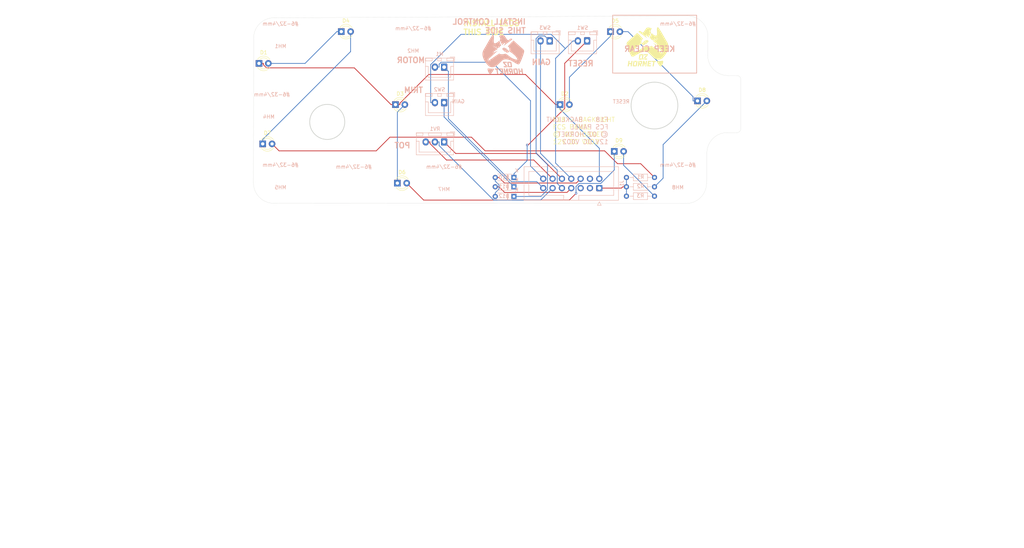
<source format=kicad_pcb>
(kicad_pcb (version 20240108) (generator "pcbnew") (generator_version "8.0")
  (layers (0 "F.Cu" signal) (31 "B.Cu" signal) (34 "B.Paste" user) (35 "F.Paste" user) (36 "B.SilkS" user "B.Silkscreen") (37 "F.SilkS" user "F.Silkscreen") (38 "B.Mask" user) (39 "F.Mask" user) (44 "Edge.Cuts" user))
  (net 0 "")
  (net 1 "/BACKLIGHT_GND")
  (net 2 "Net-(D1-A)")
  (net 3 "Net-(D2-A)")
  (net 4 "Net-(D3-A)")
  (net 5 "Net-(D4-A)")
  (net 6 "Net-(D5-A)")
  (net 7 "Net-(D6-A)")
  (net 8 "Net-(D7-A)")
  (net 9 "Net-(D8-A)")
  (net 10 "Net-(D9-A)")
  (net 11 "/Col1")
  (net 12 "Net-(D10-K)")
  (net 13 "/Col2")
  (net 14 "Net-(D11-K)")
  (net 15 "Net-(D12-K)")
  (net 16 "/EXT+12V")
  (net 17 "/Row2")
  (net 19 "/INT_5V+")
  (net 21 "/GND")
  (net 22 "/RUD_TRIM")
  (net 23 "/RUD_TRIM_M+")
  (net 24 "/Row1")
  (net 25 "/RUD_TRIM_M-")
  (footprint "LED_THT:LED_D3.0mm_FlatTop" (layer "F.Cu") (at 125.471 68.6)
    (property "Reference" "D3")
    (property "Value" "LED")
  )
  (footprint "LED_THT:LED_D3.0mm_FlatTop" (layer "F.Cu") (at 207.518 67.584)
    (property "Reference" "D8")
    (property "Value" "LED")
  )
  (footprint "LED_THT:LED_D3.0mm_FlatTop" (layer "F.Cu") (at 183.891 48.788)
    (property "Reference" "D5")
    (property "Value" "LED")
  )
  (footprint "LED_THT:LED_D3.0mm_FlatTop" (layer "F.Cu") (at 170.175 68.6)
    (property "Reference" "D2")
    (property "Value" "LED")
  )
  (footprint "LED_THT:LED_D3.0mm_FlatTop" (layer "F.Cu") (at 125.979 89.936)
    (property "Reference" "D6")
    (property "Value" "LED")
  )
  (footprint "LED_THT:LED_D3.0mm_FlatTop" (layer "F.Cu") (at 88.392 57.404)
    (property "Reference" "D1")
    (property "Value" "LED")
  )
  (footprint "LED_THT:LED_D3.0mm_FlatTop" (layer "F.Cu") (at 110.744 48.768)
    (property "Reference" "D4")
    (property "Value" "LED")
  )
  (footprint "LED_THT:LED_D3.0mm_FlatTop" (layer "F.Cu") (at 89.403 79.268)
    (property "Reference" "D7")
    (property "Value" "LED")
  )
  (footprint "OH_Footprints:100SPX_Toggle_13mm_x_18mm" (layer "F.Cu") (at 151.3809 68.8571)
    (property "Reference" "MH9" (hide yes))
    (property "Value" "Switch_100SPx" (hide yes))
  )
  (footprint "LED_THT:LED_D3.0mm_FlatTop" (layer "F.Cu") (at 184.907 81.3)
    (property "Reference" "D9")
    (property "Value" "LED")
  )
  (footprint "Library:D_A-405_P7.62mm_Horizontal-SIGNAL" (layer "B.Cu") (at 158.3944 90.964 180)
    (property "Reference" "D11")
    (property "Value" "D")
  )
  (footprint "OH_Footprints:MountingHole_6-32_PHS" (layer "B.Cu") (at 202.181 49.6801 180)
    (property "Reference" "MH3" (hide yes))
    (property "Value" "6x32 / 4mm" (hide yes))
  )
  (footprint "Connector_JST:JST_XH_B2B-XH-A_1x02_P2.50mm_Vertical" (layer "B.Cu") (at 177.526 51.291 180)
    (property "Reference" "SW1")
    (property "Value" "FCS RESET BTN")
  )
  (footprint "Resistor_THT:R_Axial_DIN0204_L3.6mm_D1.6mm_P7.62mm_Horizontal" (layer "B.Cu") (at 195.834 88.392 180)
    (property "Reference" "R1")
    (property "Value" "R")
  )
  (footprint "Resistor_THT:R_Axial_DIN0204_L3.6mm_D1.6mm_P7.62mm_Horizontal" (layer "B.Cu") (at 195.834 90.932 180)
    (property "Reference" "R2")
    (property "Value" "R")
  )
  (footprint "OH_Footprints:MountingHole_6-32_PHS" (layer "B.Cu") (at 202.181 88.0341 180)
    (property "Reference" "MH8")
    (property "Value" "6x32 / 4mm" (hide yes))
  )
  (footprint "Connector_IDC:IDC-Header_2x07_P2.54mm_Vertical" (layer "B.Cu") (at 180.848 91.2876 90)
    (property "Reference" "J1")
    (property "Value" "Conn_02x07_Top_Bottom")
  )
  (footprint "OH_Footprints:MountingHole_6-32_PHS" (layer "B.Cu") (at 94.2309 49.6801 180)
    (property "Reference" "MH1")
    (property "Value" "6x32 / 4mm" (hide yes))
  )
  (footprint "Library:D_A-405_P7.62mm_Horizontal-SIGNAL" (layer "B.Cu") (at 158.3944 93.587 180)
    (property "Reference" "D12")
    (property "Value" "D")
  )
  (footprint "OH_Footprints:MountingHole_6-32_PHS" (layer "B.Cu") (at 138.681 88.5421 180)
    (property "Reference" "MH7")
    (property "Value" "6x32 / 4mm" (hide yes))
  )
  (footprint "OH_Footprints:MountingHole_6-32_PHS" (layer "B.Cu") (at 94.2309 88.0341 180)
    (property "Reference" "MH5")
    (property "Value" "6x32 / 4mm" (hide yes))
  )
  (footprint "OH_Footprints:MountingHole_6-32_PHS" (layer "B.Cu") (at 130.289 50.9389 180)
    (property "Reference" "MH2")
    (property "Value" "6x32 / 4mm" (hide yes))
  )
  (footprint "OH_Footprints:MountingHole_6-32_PHS" (layer "B.Cu") (at 114.131 88.5421 180)
    (property "Reference" "MH6" (hide yes))
    (property "Value" "6x32 / 4mm" (hide yes))
  )
  (footprint "OH_Footprints:MountingHole_6-32_PHS" (layer "B.Cu") (at 91.0559 68.8521 180)
    (property "Reference" "MH4")
    (property "Value" "6x32 / 4mm" (hide yes))
  )
  (footprint "Connector_JST:JST_XH_B3B-XH-A_1x03_P2.50mm_Vertical" (layer "B.Cu") (at 138.684 78.74 180)
    (property "Reference" "RV1")
    (property "Value" "RUD TRIM")
  )
  (footprint "Connector_JST:JST_XH_B2B-XH-A_1x02_P2.50mm_Vertical" (layer "B.Cu") (at 167.366 51.291 180)
    (property "Reference" "SW3")
    (property "Value" "GAIN SWITCH")
  )
  (footprint "Resistor_THT:R_Axial_DIN0204_L3.6mm_D1.6mm_P7.62mm_Horizontal" (layer "B.Cu") (at 195.834 93.472 180)
    (property "Reference" "R3")
    (property "Value" "R")
  )
  (footprint "Library:D_A-405_P7.62mm_Horizontal-SIGNAL" (layer "B.Cu") (at 158.3944 88.43 180)
    (property "Reference" "D10")
    (property "Value" "D")
  )
  (footprint "Connector_JST:JST_XH_B2B-XH-A_1x02_P2.50mm_Vertical" (layer "B.Cu") (at 138.684 58.42 180)
    (property "Reference" "M1")
    (property "Value" "Motor_DC")
  )
  (footprint "Connector_JST:JST_XH_B2B-XH-A_1x02_P2.50mm_Vertical" (layer "B.Cu") (at 138.684 68.055 180)
    (property "Reference" "SW2")
    (property "Value" "TO TRIM BTN")
  )
  (gr_rect (start 184.4802 44.323) (end 207.2894 60.0456) (stroke (width 0.2)) (fill none) (layer "B.SilkS"))
  (gr_poly (pts (xy 156.051583 56.963069) (xy 156.037955 56.963641) (xy 156.024452 56.964535) (xy 156.01112 56.965805) (xy 155.998003 56.967503) (xy 155.985149 56.969683) (xy 155.972602 56.972398) (xy 155.960409 56.975703) (xy 155.948615 56.979651) (xy 155.937266 56.984294) (xy 155.926408 56.989687) (xy 155.916086 56.995883) (xy 155.906346 57.002936) (xy 155.897234 57.010898) (xy 155.892928 57.015238) (xy 155.888795 57.019825) (xy 155.882597 57.027688) (xy 155.876997 57.036014) (xy 155.871992 57.044825) (xy 155.867579 57.054142) (xy 155.863756 57.063988) (xy 155.860518 57.074384) (xy 155.857863 57.085354) (xy 155.855789 57.096918) (xy 155.85429 57.109099) (xy 155.853366 57.12192) (xy 155.853012 57.135401) (xy 155.853225 57.149566) (xy 155.854003 57.164436) (xy 155.855342 57.180034) (xy 155.857239 57.196381) (xy 155.859691 57.2135) (xy 156.018441 58.212567) (xy 156.021582 58.230851) (xy 156.025103 58.248216) (xy 156.029001 58.264682) (xy 156.033277 58.280273) (xy 156.037928 58.295011) (xy 156.042955 58.308917) (xy 156.048356 58.322014) (xy 156.054131 58.334325) (xy 156.060278 58.345871) (xy 156.066796 58.356676) (xy 156.073685 58.36676) (xy 156.080944 58.376148) (xy 156.088572 58.38486) (xy 156.096567 58.392919) (xy 156.104929 58.400348) (xy 156.113658 58.407168) (xy 156.122751 58.413402) (xy 156.132209 58.419073) (xy 156.14203 58.424202) (xy 156.152213 58.428812) (xy 156.162758 58.432925) (xy 156.173663 58.436564) (xy 156.184928 58.43975) (xy 156.196551 58.442507) (xy 156.22087 58.446818) (xy 156.246612 58.449677) (xy 156.273771 58.451262) (xy 156.302339 58.45175) (xy 156.905589 58.45175) (xy 156.933245 58.451356) (xy 156.946984 58.450781) (xy 156.960601 58.449882) (xy 156.974049 58.448605) (xy 156.987281 58.446895) (xy 157.000251 58.444698) (xy 157.01291 58.441961) (xy 157.025213 58.438628) (xy 157.037113 58.434646) (xy 157.048562 58.429959) (xy 157.059514 58.424515) (xy 157.069922 58.418258) (xy 157.079739 58.411135) (xy 157.088918 58.403091) (xy 157.093253 58.398706) (xy 157.097412 58.394071) (xy 157.10357 58.38628) (xy 157.109146 58.37798) (xy 157.114142 58.369157) (xy 157.118558 58.359799) (xy 157.122396 58.349892) (xy 157.125657 58.339423) (xy 157.128342 58.328379) (xy 157.130452 58.316746) (xy 157.131989 58.304512) (xy 157.132953 58.291664) (xy 157.133345 58.278187) (xy 157.133168 58.264069) (xy 157.132422 58.249298) (xy 157.131108 58.233858) (xy 157.129227 58.217739) (xy 157.126781 58.200925) (xy 157.118835 58.150919) (xy 156.807429 58.150919) (xy 156.789966 58.150919) (xy 156.789966 58.151448) (xy 156.347319 58.151448) (xy 156.340977 58.151435) (xy 156.333693 58.151348) (xy 156.329992 58.151254) (xy 156.326408 58.151113) (xy 156.323061 58.150916) (xy 156.320066 58.150653) (xy 156.319657 58.149001) (xy 156.319219 58.147007) (xy 156.31875 58.144654) (xy 156.318248 58.141922) (xy 156.317708 58.138794) (xy 156.317127 58.13525) (xy 156.316503 58.131272) (xy 156.315833 58.126841) (xy 156.180631 57.278322) (xy 156.179606 57.269525) (xy 156.17918 57.265895) (xy 156.178779 57.262712) (xy 156.637037 57.262712) (xy 156.643651 57.262729) (xy 156.651457 57.262845) (xy 156.655372 57.262971) (xy 156.659063 57.263159) (xy 156.662358 57.263421) (xy 156.663802 57.263584) (xy 156.665082 57.263771) (xy 156.665527 57.265057) (xy 156.666062 57.266768) (xy 156.666678 57.268956) (xy 156.667364 57.271675) (xy 156.667732 57.273249) (xy 156.668113 57.274976) (xy 156.668508 57.276862) (xy 156.668915 57.278914) (xy 156.669332 57.281137) (xy 156.66976 57.28354) (xy 156.670196 57.286127) (xy 156.670639 57.288906) (xy 156.805841 58.135838) (xy 156.806387 58.140464) (xy 156.806833 58.14447) (xy 156.807181 58.14793) (xy 156.807429 58.150919) (xy 157.118835 58.150919) (xy 156.968031 57.201858) (xy 156.964887 57.183573) (xy 156.96136 57.166209) (xy 156.95745 57.149742) (xy 156.953159 57.134152) (xy 156.948487 57.119414) (xy 156.943436 57.105508) (xy 156.938007 57.092411) (xy 156.9322 57.0801) (xy 156.926018 57.068554) (xy 156.919459 57.05775) (xy 156.912527 57.047665) (xy 156.905221 57.038278) (xy 156.897543 57.029566) (xy 156.889493 57.021506) (xy 156.881074 57.014078) (xy 156.872285 57.007257) (xy 156.863128 57.001023) (xy 156.853604 56.995352) (xy 156.843713 56.990223) (xy 156.833458 56.985613) (xy 156.822838 56.9815) (xy 156.811855 56.977861) (xy 156.80051 56.974675) (xy 156.788805 56.971919) (xy 156.764314 56.967607) (xy 156.738391 56.964748) (xy 156.711043 56.963164) (xy 156.682281 56.962675) (xy 156.079031 56.962675)) (stroke (width -0.000001)) (fill solid) (layer "B.SilkS"))
  (gr_poly (pts (xy 150.659988 58.75951) (xy 150.645458 58.760802) (xy 150.63164 58.762799) (xy 150.618532 58.76551) (xy 150.606133 58.768944) (xy 150.594438 58.77311) (xy 150.583446 58.778016) (xy 150.573154 58.783672) (xy 150.56356 58.790086) (xy 150.554661 58.797268) (xy 150.546455 58.805226) (xy 150.53894 58.813969) (xy 150.532112 58.823506) (xy 150.52597 58.833847) (xy 150.520511 58.844999) (xy 150.515732 58.856972) (xy 150.511631 58.869775) (xy 150.508206 58.883417) (xy 150.505454 58.897907) (xy 150.503373 58.913252) (xy 150.501959 58.929464) (xy 150.501211 58.94655) (xy 150.501127 58.964519) (xy 150.501703 58.98338) (xy 150.502938 59.003142) (xy 150.511092 59.087795) (xy 150.522371 59.171276) (xy 150.536791 59.253553) (xy 150.55437 59.334595) (xy 150.575126 59.41437) (xy 150.599076 59.492847) (xy 150.626237 59.569995) (xy 150.656628 59.645782) (xy 150.690264 59.720177) (xy 150.727164 59.793148) (xy 150.767346 59.864664) (xy 150.810826 59.934694) (xy 150.857622 60.003206) (xy 150.907752 60.07017) (xy 150.961232 60.135552) (xy 151.018081 60.199323) (xy 151.031474 60.213339) (xy 151.044722 60.226419) (xy 151.057834 60.238564) (xy 151.070819 60.249778) (xy 151.083689 60.260062) (xy 151.096451 60.26942) (xy 151.109117 60.277854) (xy 151.121694 60.285366) (xy 151.134194 60.291959) (xy 151.146626 60.297636) (xy 151.158999 60.302399) (xy 151.171323 60.306251) (xy 151.183607 60.309194) (xy 151.195862 60.311231) (xy 151.208097 60.312365) (xy 151.220322 60.312597) (xy 151.232545 60.311932) (xy 151.244778 60.31037) (xy 151.257029 60.307915) (xy 151.269308 60.304569) (xy 151.281625 60.300336) (xy 151.29399 60.295216) (xy 151.306411 60.289214) (xy 151.3189 60.282332) (xy 151.331464 60.274571) (xy 151.344115 60.265935) (xy 151.356861 60.256427) (xy 151.369713 60.246048) (xy 151.382679 60.234802) (xy 151.39577 60.222691) (xy 151.422364 60.195883) (xy 151.489054 60.122703) (xy 151.554368 60.046369) (xy 151.618135 59.96753) (xy 151.68018 59.886834) (xy 151.740333 59.804928) (xy 151.798421 59.722461) (xy 151.90771 59.558436) (xy 152.006667 59.399942) (xy 152.093914 59.252164) (xy 152.16807 59.120286) (xy 152.227756 59.009491) (xy 152.230927 59.00293) (xy 152.233599 58.996306) (xy 152.235785 58.989638) (xy 152.237495 58.982941) (xy 152.238738 58.976236) (xy 152.239527 58.969538) (xy 152.239871 58.962867) (xy 152.239782 58.95624) (xy 152.23927 58.949674) (xy 152.238346 58.943188) (xy 152.237021 58.936798) (xy 152.235305 58.930524) (xy 152.233208 58.924383) (xy 152.230743 58.918392) (xy 152.227919 58.912569) (xy 152.224747 58.906932) (xy 152.221237 58.9015) (xy 152.217402 58.896288) (xy 152.21325 58.891317) (xy 152.208794 58.886602) (xy 152.204043 58.882163) (xy 152.199008 58.878016) (xy 152.193701 58.87418) (xy 152.188131 58.870672) (xy 152.182309 58.86751) (xy 152.176247 58.864712) (xy 152.169955 58.862296) (xy 152.163443 58.860279) (xy 152.156723 58.85868) (xy 152.149805 58.857515) (xy 152.142699 58.856804) (xy 152.135417 58.856562) (xy 151.844834 58.854144) (xy 151.669366 58.849981) (xy 151.484178 58.84297) (xy 151.297068 58.832448) (xy 151.115833 58.817756) (xy 150.948271 58.798233) (xy 150.872055 58.786453) (xy 150.802182 58.773219) (xy 150.802181 58.773484) (xy 150.762273 58.766063) (xy 150.725285 58.761214) (xy 150.707879 58.759775) (xy 150.691196 58.759005) (xy 150.675234 58.758914)) (stroke (width -0.000001)) (fill solid) (layer "B.SilkS"))
  (gr_poly (pts (xy 156.397129 58.791605) (xy 156.383502 58.792177) (xy 156.369998 58.793072) (xy 156.356666 58.794341) (xy 156.343549 58.796039) (xy 156.330695 58.798219) (xy 156.318148 58.800935) (xy 156.305955 58.80424) (xy 156.294161 58.808187) (xy 156.282812 58.812831) (xy 156.271954 58.818224) (xy 156.261632 58.82442) (xy 156.251892 58.831473) (xy 156.24278 58.839435) (xy 156.238473 58.843775) (xy 156.234341 58.848361) (xy 156.234871 58.848625) (xy 156.228672 58.856489) (xy 156.223072 58.864815) (xy 156.218067 58.873626) (xy 156.213655 58.882943) (xy 156.209831 58.892788) (xy 156.206594 58.903185) (xy 156.203939 58.914154) (xy 156.201864 58.925718) (xy 156.200366 58.9379) (xy 156.199441 58.95072) (xy 156.199087 58.964202) (xy 156.199301 58.978366) (xy 156.200078 58.993237) (xy 156.201417 59.008834) (xy 156.203314 59.025182) (xy 156.205766 59.042301) (xy 156.278262 59.498707) (xy 156.281406 59.516992) (xy 156.284933 59.534356) (xy 156.288843 59.550823) (xy 156.293134 59.566413) (xy 156.297806 59.581151) (xy 156.302857 59.595057) (xy 156.308286 59.608154) (xy 156.314093 59.620465) (xy 156.320276 59.632011) (xy 156.326834 59.642816) (xy 156.333767 59.6529) (xy 156.341073 59.662287) (xy 156.348751 59.671) (xy 156.3568 59.679059) (xy 156.36522 59.686487) (xy 156.374009 59.693308) (xy 156.383166 59.699542) (xy 156.39269 59.705213) (xy 156.40258 59.710342) (xy 156.412836 59.714952) (xy 156.423455 59.719065) (xy 156.434438 59.722704) (xy 156.445783 59.72589) (xy 156.457489 59.728646) (xy 156.48198 59.732958) (xy 156.507903 59.735817) (xy 156.53525 59.737402) (xy 156.564012 59.73789) (xy 156.602377 59.73789) (xy 156.383037 60.280551) (xy 156.708739 60.280551) (xy 156.928079 59.73789) (xy 157.037087 59.73789) (xy 157.121224 60.280551) (xy 157.432375 60.280551) (xy 157.299286 59.437852) (xy 156.988139 59.437852) (xy 156.607139 59.437852) (xy 156.600797 59.43784) (xy 156.593513 59.437753) (xy 156.589812 59.437658) (xy 156.586229 59.437517) (xy 156.582881 59.43732) (xy 156.579887 59.437059) (xy 156.579478 59.435406) (xy 156.57904 59.433412) (xy 156.578571 59.431059) (xy 156.578068 59.428327) (xy 156.577528 59.425199) (xy 156.576948 59.421655) (xy 156.576324 59.417677) (xy 156.575654 59.413246) (xy 156.526705 59.107388) (xy 156.52568 59.09859) (xy 156.525254 59.094961) (xy 156.524853 59.091777) (xy 156.93337 59.091777) (xy 156.988139 59.437852) (xy 157.299286 59.437852) (xy 157.19716 58.791211) (xy 156.424577 58.791211)) (stroke (width -0.000001)) (fill solid) (layer "B.SilkS"))
  (gr_poly (pts (xy 151.950686 49.665188) (xy 151.906152 49.684187) (xy 151.857096 49.715063) (xy 151.803321 49.75851) (xy 151.744628 49.815222) (xy 151.436255 50.279711) (xy 151.141969 50.753504) (xy 150.857896 51.234051) (xy 150.580163 51.718799) (xy 150.02823 52.690693) (xy 149.746284 53.172734) (xy 149.455188 53.648769) (xy 149.455716 53.647713) (xy 149.386706 53.76871) (xy 149.32545 53.890217) (xy 149.271834 54.012254) (xy 149.225744 54.134839) (xy 149.187063 54.257994) (xy 149.155679 54.381737) (xy 149.131475 54.506089) (xy 149.114338 54.631069) (xy 149.104152 54.756698) (xy 149.100803 54.882994) (xy 149.104175 55.009977) (xy 149.114156 55.137668) (xy 149.130629 55.266086) (xy 149.15348 55.395251) (xy 149.182594 55.525182) (xy 149.217856 55.6559) (xy 149.271859 55.828742) (xy 149.331198 55.996283) (xy 149.395762 56.158897) (xy 149.465436 56.316957) (xy 149.540106 56.470835) (xy 149.619659 56.620906) (xy 149.703982 56.767541) (xy 149.792961 56.911116) (xy 149.886482 57.052002) (xy 149.984432 57.190573) (xy 150.086697 57.327203) (xy 150.193164 57.462264) (xy 150.303719 57.596129) (xy 150.418248 57.729173) (xy 150.536639 57.861768) (xy 150.658776 57.994287) (xy 150.744225 58.077338) (xy 150.837181 58.152203) (xy 150.936935 58.218798) (xy 151.042777 58.277036) (xy 151.154 58.326831) (xy 151.269892 58.368097) (xy 151.389746 58.400748) (xy 151.512851 58.424698) (xy 151.638499 58.439861) (xy 151.76598 58.446151) (xy 151.894585 58.443482) (xy 152.023604 58.431767) (xy 152.15233 58.410922) (xy 152.280051 58.380859) (xy 152.406059 58.341493) (xy 152.529645 58.292737) (xy 152.566025 58.276426) (xy 152.6023 58.25935) (xy 152.638419 58.241515) (xy 152.674326 58.222933) (xy 152.709969 58.203611) (xy 152.745292 58.183558) (xy 152.780242 58.162784) (xy 152.814766 58.141296) (xy 152.848809 58.119105) (xy 152.882318 58.09622) (xy 152.915238 58.072648) (xy 152.947516 58.048399) (xy 152.979098 58.023482) (xy 153.009931 57.997905) (xy 153.039959 57.971678) (xy 153.069129 57.94481) (xy 153.221187 57.800676) (xy 153.370444 57.661487) (xy 153.663351 57.390343) (xy 153.808394 57.254587) (xy 153.953429 57.116173) (xy 154.099152 56.973201) (xy 154.246261 56.823771) (xy 154.334771 56.732232) (xy 154.426201 56.650374) (xy 154.520368 56.577868) (xy 154.617088 56.514383) (xy 154.71618 56.45959) (xy 154.817459 56.413158) (xy 154.920744 56.374757) (xy 155.025851 56.344057) (xy 155.132599 56.320727) (xy 155.240803 56.304439) (xy 155.350282 56.294861) (xy 155.460852 56.291664) (xy 155.57233 56.294517) (xy 155.684535 56.30309) (xy 155.797283 56.317054) (xy 155.910391 56.336078) (xy 156.136956 56.387985) (xy 156.36277 56.456171) (xy 156.586368 56.537994) (xy 156.80629 56.630815) (xy 157.021073 56.731992) (xy 157.229254 56.838884) (xy 157.429372 56.948851) (xy 157.619963 57.05925) (xy 158.150022 57.383728) (xy 158.285351 57.459895) (xy 158.354053 57.495689) (xy 158.423597 57.529584) (xy 158.494095 57.561297) (xy 158.565657 57.590548) (xy 158.638398 57.617056) (xy 158.712427 57.640539) (xy 158.755012 57.651276) (xy 158.775383 57.655643) (xy 158.795165 57.659329) (xy 158.814379 57.662325) (xy 158.833045 57.664621) (xy 158.851183 57.66621) (xy 158.868812 57.66708) (xy 158.885954 57.667224) (xy 158.902626 57.666631) (xy 158.91885 57.665292) (xy 158.934646 57.663198) (xy 158.950033 57.66034) (xy 158.965032 57.656709) (xy 158.979662 57.652294) (xy 158.993944 57.647088) (xy 159.007897 57.641079) (xy 159.021541 57.63426) (xy 159.034896 57.626621) (xy 159.047983 57.618153) (xy 159.060821 57.608846) (xy 159.07343 57.598691) (xy 159.08583 57.587678) (xy 159.098041 57.575799) (xy 159.110083 57.563044) (xy 159.121976 57.549404) (xy 159.13374 57.534869) (xy 159.145395 57.51943) (xy 159.156961 57.503078) (xy 159.168457 57.485804) (xy 159.179905 57.467598) (xy 159.191323 57.448452) (xy 159.234023 57.374075) (xy 159.275948 57.299177) (xy 159.317018 57.223758) (xy 159.357151 57.147819) (xy 159.396267 57.071358) (xy 159.434285 56.994377) (xy 159.471125 56.916875) (xy 159.506706 56.838851) (xy 159.636832 56.540202) (xy 159.7615 56.239566) (xy 159.880711 55.936939) (xy 159.994466 55.632318) (xy 160.102763 55.325701) (xy 160.205603 55.017083) (xy 160.302986 54.706463) (xy 160.394913 54.393836) (xy 160.411022 54.330246) (xy 160.417397 54.299079) (xy 160.422657 54.26832) (xy 160.426806 54.237963) (xy 160.429847 54.208) (xy 160.431784 54.178423) (xy 160.43262 54.149225) (xy 160.432359 54.120399) (xy 160.431004 54.091937) (xy 160.428559 54.063832) (xy 160.425027 54.036077) (xy 160.420412 54.008663) (xy 160.414718 53.981585) (xy 160.407948 53.954833) (xy 160.400105 53.928401) (xy 160.391193 53.902282) (xy 160.381216 53.876468) (xy 160.370177 53.850951) (xy 160.35808 53.825724) (xy 160.344928 53.80078) (xy 160.330725 53.776111) (xy 160.315474 53.751711) (xy 160.299179 53.72757) (xy 160.26347 53.680042) (xy 160.223627 53.633466) (xy 160.179679 53.587784) (xy 160.131652 53.542937) (xy 158.830961 52.376124) (xy 158.185799 51.787062) (xy 157.865968 51.489555) (xy 157.548525 51.189468) (xy 157.478179 51.261864) (xy 157.408032 51.334459) (xy 157.37495 51.369091) (xy 157.342018 51.403946) (xy 157.309284 51.439048) (xy 157.276798 51.474424) (xy 157.27401 51.477359) (xy 157.271194 51.48011) (xy 157.268344 51.482669) (xy 157.26545 51.485032) (xy 157.262505 51.487194) (xy 157.259502 51.489149) (xy 157.25643 51.490891) (xy 157.253283 51.492416) (xy 157.250053 51.493717) (xy 157.24673 51.49479) (xy 157.243308 51.495628) (xy 157.239777 51.496227) (xy 157.23613 51.496581) (xy 157.232359 51.496685) (xy 157.228455 51.496533) (xy 157.224411 51.49612) (xy 157.219873 51.495594) (xy 157.215479 51.49531) (xy 157.21122 51.495273) (xy 157.207085 51.495492) (xy 157.203062 51.49597) (xy 157.199143 51.496715) (xy 157.195315 51.497733) (xy 157.191569 51.49903) (xy 157.187895 51.500613) (xy 157.184282 51.502486) (xy 157.180718 51.504658) (xy 157.177195 51.507133) (xy 157.173701 51.509919) (xy 157.170227 51.51302) (xy 157.16676 51.516444) (xy 157.163292 51.520197) (xy 157.136363 51.550407) (xy 157.109189 51.580353) (xy 157.054317 51.63969) (xy 156.943952 51.757793) (xy 156.851778 51.857839) (xy 156.759802 51.958082) (xy 156.571154 52.163135) (xy 156.384359 52.366335) (xy 156.144382 52.626949) (xy 156.064147 52.71532) (xy 155.983515 52.804484) (xy 155.990431 52.816206) (xy 155.993931 52.821814) (xy 155.997517 52.827218) (xy 156.001232 52.832391) (xy 156.005118 52.837306) (xy 156.009219 52.841936) (xy 156.013578 52.846255) (xy 156.018238 52.850237) (xy 156.020694 52.852092) (xy 156.023241 52.853853) (xy 156.025885 52.855517) (xy 156.028631 52.857079) (xy 156.031485 52.858536) (xy 156.034451 52.859886) (xy 156.037536 52.861124) (xy 156.040744 52.862248) (xy 156.044081 52.863254) (xy 156.047553 52.864138) (xy 156.051164 52.864898) (xy 156.05492 52.86553) (xy 156.058827 52.866031) (xy 156.06289 52.866397) (xy 156.0682 52.866981) (xy 156.073513 52.867921) (xy 156.078823 52.869189) (xy 156.084127 52.870754) (xy 156.08942 52.87259) (xy 156.094697 52.874666) (xy 156.099956 52.876955) (xy 156.10519 52.879428) (xy 156.110397 52.882055) (xy 156.115572 52.884809) (xy 156.125807 52.890582) (xy 156.145705 52.90238) (xy 156.16555 52.914919) (xy 156.184339 52.928299) (xy 156.202119 52.942481) (xy 156.218936 52.957426) (xy 156.234839 52.973095) (xy 156.249875 52.989449) (xy 156.264091 53.006449) (xy 156.277533 53.024056) (xy 156.29025 53.042229) (xy 156.302289 53.060931) (xy 156.313697 53.080122) (xy 156.324522 53.099764) (xy 156.33481 53.119816) (xy 156.344608 53.140239) (xy 156.353965 53.160995) (xy 156.362928 53.182045) (xy 156.375446 53.214186) (xy 156.386678 53.246686) (xy 156.396726 53.279509) (xy 156.405691 53.312617) (xy 156.413677 53.345973) (xy 156.420785 53.37954) (xy 156.427118 53.413281) (xy 156.432778 53.447158) (xy 156.43556 53.466353) (xy 156.437821 53.48563) (xy 156.439661 53.504968) (xy 156.441178 53.52435) (xy 156.446007 53.601939) (xy 156.447813 53.630357) (xy 156.449347 53.658825) (xy 156.449864 53.673061) (xy 156.450137 53.687292) (xy 156.450105 53.70151) (xy 156.449711 53.71571) (xy 156.447538 53.757843) (xy 156.444576 53.799864) (xy 156.440511 53.841711) (xy 156.435027 53.883323) (xy 156.431653 53.904022) (xy 156.427805 53.924638) (xy 156.423445 53.945164) (xy 156.418531 53.965592) (xy 156.413026 53.985915) (xy 156.406889 54.006125) (xy 156.40008 54.026214) (xy 156.392561 54.046175) (xy 156.390493 54.051006) (xy 156.38827 54.055803) (xy 156.38591 54.060606) (xy 156.383433 54.065456) (xy 156.378199 54.075456) (xy 156.37548 54.080687) (xy 156.372717 54.086126) (xy 156.429503 54.126144) (xy 156.487282 54.16656) (xy 156.715154 54.325409) (xy 156.94263 54.484853) (xy 157.099924 54.596904) (xy 157.178076 54.653699) (xy 157.255632 54.711336) (xy 157.32045 54.760764) (xy 157.384649 54.811084) (xy 157.448104 54.862397) (xy 157.479513 54.888457) (xy 157.51069 54.914801) (xy 157.586832 54.980674) (xy 157.66223 55.04749) (xy 157.811786 55.18256) (xy 157.848319 55.216314) (xy 157.866419 55.233379) (xy 157.884381 55.25059) (xy 157.902181 55.267962) (xy 157.919798 55.285511) (xy 157.93721 55.303252) (xy 157.954396 55.321201) (xy 158.009984 55.380738) (xy 158.064533 55.441153) (xy 158.117898 55.502553) (xy 158.169932 55.565048) (xy 158.220491 55.628746) (xy 158.269428 55.693755) (xy 158.316598 55.760185) (xy 158.361854 55.828143) (xy 158.398302 55.886591) (xy 158.432969 55.945882) (xy 158.465764 56.006067) (xy 158.496593 56.067194) (xy 158.525364 56.129313) (xy 158.551982 56.192474) (xy 158.576356 56.256727) (xy 158.598392 56.32212) (xy 158.600991 56.330573) (xy 158.60346 56.339091) (xy 158.608181 56.356483) (xy 158.617971 56.393822) (xy 158.573852 56.394186) (xy 158.553007 56.394157) (xy 158.542737 56.393949) (xy 158.53251 56.393558) (xy 158.508702 56.392169) (xy 158.484919 56.390383) (xy 158.461185 56.3882) (xy 158.437525 56.38562) (xy 158.326334 56.373449) (xy 158.270838 56.366719) (xy 158.243158 56.362976) (xy 158.21554 56.358898) (xy 158.157992 56.349271) (xy 158.100835 56.338091) (xy 158.044062 56.325416) (xy 157.987667 56.311306) (xy 157.931645 56.295819) (xy 157.875988 56.279014) (xy 157.820691 56.260951) (xy 157.765748 56.241687) (xy 157.691909 56.214224) (xy 157.655155 56.199955) (xy 157.618541 56.185298) (xy 157.582088 56.170232) (xy 157.545817 56.154735) (xy 157.509752 56.138785) (xy 157.473913 56.122361) (xy 157.38851 56.081899) (xy 157.345986 56.06115) (xy 157.303654 56.039975) (xy 157.261569 56.018317) (xy 157.219789 55.996117) (xy 157.178368 55.973314) (xy 157.137363 55.949852) (xy 157.087626 55.920478) (xy 157.038219 55.890531) (xy 156.989121 55.860057) (xy 156.940314 55.829103) (xy 156.843502 55.765937) (xy 156.747632 55.701408) (xy 156.69972 55.668263) (xy 156.652175 55.634588) (xy 156.557859 55.566107) (xy 156.370071 55.427829) (xy 156.039606 55.187323) (xy 155.734806 54.964279) (xy 155.602283 54.867243) (xy 155.469959 54.76981) (xy 155.467688 54.768233) (xy 155.465437 54.766869) (xy 155.4632 54.765707) (xy 155.460971 54.764737) (xy 155.458746 54.763949) (xy 155.456518 54.763331) (xy 155.454282 54.762874) (xy 155.452033 54.762567) (xy 155.449766 54.762399) (xy 155.447474 54.762361) (xy 155.445153 54.762441) (xy 155.442798 54.762629) (xy 155.440401 54.762915) (xy 155.43796 54.763288) (xy 155.435467 54.763738) (xy 155.432917 54.764254) (xy 155.130333 54.825968) (xy 154.82755 54.886491) (xy 154.810735 54.889649) (xy 154.793837 54.892411) (xy 154.77687 54.894825) (xy 154.75985 54.896942) (xy 154.742793 54.898811) (xy 154.725715 54.900481) (xy 154.691555 54.903424) (xy 154.627257 54.908406) (xy 154.562934 54.912916) (xy 154.498562 54.916781) (xy 154.434115 54.919828) (xy 154.415451 54.920289) (xy 154.396768 54.920337) (xy 154.378072 54.920056) (xy 154.35937 54.919531) (xy 154.284626 54.916653) (xy 154.23237 54.915198) (xy 154.219276 54.914695) (xy 154.206193 54.914049) (xy 154.193136 54.913217) (xy 154.180115 54.912155) (xy 154.137825 54.907946) (xy 154.095738 54.902841) (xy 154.053937 54.896514) (xy 154.033169 54.892791) (xy 154.012502 54.888641) (xy 153.991947 54.884022) (xy 153.971513 54.878894) (xy 153.951212 54.873217) (xy 153.931052 54.866949) (xy 153.911044 54.86005) (xy 153.891198 54.85248) (xy 153.871524 54.844198) (xy 153.852032 54.835162) (xy 153.8502 54.834244) (xy 153.848376 54.833279) (xy 153.846564 54.832268) (xy 153.844764 54.831214) (xy 153.84298 54.830117) (xy 153.841214 54.828981) (xy 153.839468 54.827806) (xy 153.837744 54.826596) (xy 153.836046 54.825351) (xy 153.834374 54.824074) (xy 153.832732 54.822768) (xy 153.831122 54.821432) (xy 153.829545 54.820071) (xy 153.828006 54.818685) (xy 153.826505 54.817276) (xy 153.825045 54.815847) (xy 153.798706 54.789955) (xy 153.772492 54.76389) (xy 153.746426 54.737675) (xy 153.720534 54.711337) (xy 153.719022 54.709813) (xy 153.717553 54.708421) (xy 153.716116 54.707171) (xy 153.714697 54.70607) (xy 153.713284 54.705127) (xy 153.712576 54.704718) (xy 153.711865 54.704351) (xy 153.711149 54.704028) (xy 153.710427 54.70375) (xy 153.709698 54.703518) (xy 153.708959 54.703333) (xy 153.708209 54.703196) (xy 153.707447 54.703108) (xy 153.706671 54.703071) (xy 153.705879 54.703084) (xy 153.70507 54.70315) (xy 153.704243 54.703269) (xy 153.703395 54.703443) (xy 153.702526 54.703672) (xy 153.701634 54.703958) (xy 153.700717 54.704302) (xy 153.699773 54.704704) (xy 153.698801 54.705166) (xy 153.697801 54.705689) (xy 153.696769 54.706273) (xy 153.695704 54.706921) (xy 153.694606 54.707633) (xy 153.280268 54.980154) (xy 152.791317 55.300828) (xy 152.43069 55.53763) (xy 152.054718 55.783428) (xy 152.000809 55.819015) (xy 151.973755 55.836634) (xy 151.96016 55.845292) (xy 151.946503 55.853807) (xy 151.943272 55.855856) (xy 151.940238 55.857941) (xy 151.937417 55.860075) (xy 151.934828 55.86227) (xy 151.932487 55.864538) (xy 151.931414 55.865703) (xy 151.930411 55.86689) (xy 151.929477 55.868102) (xy 151.928617 55.86934) (xy 151.927831 55.870605) (xy 151.927122 55.871898) (xy 151.926492 55.873222) (xy 151.925943 55.874578) (xy 151.925478 55.875967) (xy 151.925098 55.87739) (xy 151.924806 55.87885) (xy 151.924603 55.880347) (xy 151.924493 55.881884) (xy 151.924476 55.883461) (xy 151.924555 55.885081) (xy 151.924733 55.886745) (xy 151.925011 55.888453) (xy 151.925392 55.890209) (xy 151.925877 55.892013) (xy 151.926469 55.893866) (xy 151.92717 55.895771) (xy 151.927982 55.897728) (xy 151.928563 55.899121) (xy 151.929066 55.900474) (xy 151.929493 55.901788) (xy 151.929845 55.903063) (xy 151.930123 55.904303) (xy 151.93033 55.905507) (xy 151.930466 55.906677) (xy 151.930533 55.907815) (xy 151.930532 55.908923) (xy 151.930464 55.91) (xy 151.930332 55.911049) (xy 151.930135 55.912071) (xy 151.929877 55.913068) (xy 151.929558 55.914041) (xy 151.929179 55.91499) (xy 151.928743 55.915918) (xy 151.92825 55.916826) (xy 151.927701 55.917715) (xy 151.927099 55.918587) (xy 151.926445 55.919443) (xy 151.925739 55.920283) (xy 151.924984 55.921111) (xy 151.924181 55.921926) (xy 151.923331 55.922731) (xy 151.921497 55.924314) (xy 151.919492 55.925871) (xy 151.917328 55.927412) (xy 151.915017 55.928949) (xy 151.381353 56.278993) (xy 151.041363 56.502565) (xy 151.007215 56.525514) (xy 150.973166 56.548636) (xy 150.956055 56.560037) (xy 150.93882 56.571212) (xy 150.921411 56.582071) (xy 150.903779 56.592523) (xy 150.901586 56.593823) (xy 150.899518 56.595144) (xy 150.897572 56.596485) (xy 150.895745 56.597847) (xy 150.894034 56.599231) (xy 150.892435 56.600636) (xy 150.890946 56.602063) (xy 150.889562 56.603512) (xy 150.888281 56.604984) (xy 150.8871 56.606478) (xy 150.886015 56.607996) (xy 150.885022 56.609537) (xy 150.88412 56.611101) (xy 150.883304 56.61269) (xy 150.882571 56.614302) (xy 150.881918 56.61594) (xy 150.88084 56.619289) (xy 150.880042 56.622739) (xy 150.879499 56.626294) (xy 150.879186 56.629954) (xy 150.879075 56.633723) (xy 150.879142 56.637603) (xy 150.879359 56.641596) (xy 150.879702 56.645705) (xy 150.880673 56.655329) (xy 150.881761 56.664953) (xy 150.884068 56.684202) (xy 150.885175 56.693826) (xy 150.886176 56.703451) (xy 150.887016 56.713075) (xy 150.887639 56.722699) (xy 150.88952 56.755723) (xy 150.891178 56.788845) (xy 150.89173 56.805412) (xy 150.891993 56.821967) (xy 150.89189 56.838498) (xy 150.891344 56.854991) (xy 150.891069 56.859814) (xy 150.890645 56.864657) (xy 150.890079 56.869514) (xy 150.889376 56.87438) (xy 150.888543 56.879248) (xy 150.887586 56.884115) (xy 150.886511 56.888973) (xy 150.885325 56.893818) (xy 150.884033 56.898645) (xy 150.882642 56.903448) (xy 150.879587 56.91296) (xy 150.876209 56.92231) (xy 150.872559 56.931456) (xy 150.87132 56.934269) (xy 150.870035 56.936906) (xy 150.868707 56.939366) (xy 150.867338 56.941649) (xy 150.86593 56.943755) (xy 150.864487 56.945684) (xy 150.863009 56.947435) (xy 150.8615 56.949009) (xy 150.859962 56.950406) (xy 150.858397 56.951625) (xy 150.856808 56.952666) (xy 150.855197 56.953529) (xy 150.853566 56.954214) (xy 150.851919 56.954722) (xy 150.850256 56.955051) (xy 150.848581 56.955202) (xy 150.846896 56.955175) (xy 150.845203 56.95497) (xy 150.843505 56.954586) (xy 150.841803 56.954023) (xy 150.840102 56.953282) (xy 150.838402 56.952362) (xy 150.836706 56.951263) (xy 150.835017 56.949985) (xy 150.833336 56.948528) (xy 150.831667 56.946892) (xy 150.830012 56.945077) (xy 150.828373 56.943082) (xy 150.826752 56.940908) (xy 150.825152 56.938554) (xy 150.823575 56.936021) (xy 150.822023 56.933308) (xy 150.819642 56.928856) (xy 150.817357 56.924336) (xy 150.815168 56.919752) (xy 150.813072 56.915109) (xy 150.809154 56.905672) (xy 150.805585 56.896067) (xy 150.802352 56.886339) (xy 150.799438 56.87653) (xy 150.796828 56.866683) (xy 150.794506 56.856843) (xy 150.792427 56.846366) (xy 150.790719 56.835784) (xy 150.789334 56.825115) (xy 150.788222 56.814378) (xy 150.787333 56.803591) (xy 150.786618 56.792773) (xy 150.785511 56.771118) (xy 150.776779 56.561833) (xy 150.771124 56.443961) (xy 150.764873 56.326089) (xy 150.762119 56.28168) (xy 150.759118 56.237321) (xy 150.752967 56.148553) (xy 150.75292 56.146898) (xy 150.752977 56.14526) (xy 150.753135 56.143639) (xy 150.753393 56.142037) (xy 150.75375 56.140457) (xy 150.754203 56.138901) (xy 150.75475 56.13737) (xy 150.755389 56.135866) (xy 150.75612 56.134391) (xy 150.756939 56.132947) (xy 150.757845 56.131535) (xy 150.758836 56.130159) (xy 150.759911 56.128819) (xy 150.761067 56.127518) (xy 150.762303 56.126257) (xy 150.763616 56.125038) (xy 150.766469 56.122736) (xy 150.769612 56.120625) (xy 150.773028 56.118721) (xy 150.776705 56.117039) (xy 150.780626 56.115594) (xy 150.784777 56.114402) (xy 150.789144 56.113477) (xy 150.793712 56.112834) (xy 150.796556 56.112488) (xy 150.799492 56.112095) (xy 150.802465 56.111732) (xy 150.803949 56.111587) (xy 150.80542 56.111478) (xy 150.806873 56.111416) (xy 150.808301 56.111411) (xy 150.809696 56.111471) (xy 150.811051 56.111606) (xy 150.81236 56.111827) (xy 150.813615 56.112143) (xy 150.814221 56.11234) (xy 150.81481 56.112564) (xy 150.815382 56.112816) (xy 150.815937 56.113098) (xy 150.818214 56.114226) (xy 150.82043 56.115181) (xy 150.822588 56.115971) (xy 150.824691 56.116602) (xy 150.826739 56.11708) (xy 150.828736 56.117412) (xy 150.830683 56.117604) (xy 150.832582 56.117663) (xy 150.834435 56.117594) (xy 150.836245 56.117404) (xy 150.838013 56.117101) (xy 150.839741 56.116689) (xy 150.841432 56.116176) (xy 150.843087 56.115567) (xy 150.844709 56.11487) (xy 150.846299 56.114091) (xy 150.84786 56.113235) (xy 150.849393 56.11231) (xy 150.852385 56.110277) (xy 150.855292 56.108042) (xy 150.858131 56.105657) (xy 150.869119 56.095636) (xy 151.022048 55.955672) (xy 151.212548 55.785016) (xy 151.352777 55.657486) (xy 151.561004 55.469632) (xy 151.702556 55.340515) (xy 151.904698 55.158482) (xy 152.003388 55.068259) (xy 152.20844 54.883315) (xy 152.256197 54.839559) (xy 152.280026 54.817719) (xy 152.303955 54.796002) (xy 152.510594 54.609736) (xy 152.64606 54.486969) (xy 152.85614 54.297527) (xy 152.924634 54.23545) (xy 152.992929 54.173173) (xy 153.24349 53.945631) (xy 153.243531 53.945572) (xy 153.243554 53.945494) (xy 153.243562 53.945397) (xy 153.243556 53.94528) (xy 153.243538 53.945143) (xy 153.243509 53.944985) (xy 153.243424 53.944606) (xy 153.243315 53.94414) (xy 153.243193 53.943585) (xy 153.243071 53.942936) (xy 153.243014 53.942576) (xy 153.242961 53.942192) (xy 152.170076 54.494113) (xy 152.156847 54.464479) (xy 152.133696 54.410438) (xy 152.122319 54.383294) (xy 152.111338 54.356) (xy 152.110929 54.354701) (xy 152.110595 54.353295) (xy 152.110337 54.351801) (xy 152.110156 54.350237) (xy 152.110052 54.34862) (xy 152.110026 54.346968) (xy 152.11008 54.345299) (xy 152.110214 54.343631) (xy 152.110428 54.341981) (xy 152.110723 54.340368) (xy 152.111101 54.338809) (xy 152.111561 54.337322) (xy 152.112106 54.335925) (xy 152.112735 54.334636) (xy 152.113081 54.334038) (xy 152.113449 54.333473) (xy 152.113838 54.332943) (xy 152.114249 54.332452) (xy 152.280142 54.140629) (xy 152.289172 54.130526) (xy 152.298575 54.120922) (xy 152.308317 54.111771) (xy 152.318362 54.103025) (xy 152.328676 54.09464) (xy 152.339222 54.086568) (xy 152.349967 54.078762) (xy 152.360873 54.071176) (xy 152.383033 54.056479) (xy 152.405418 54.042105) (xy 152.427748 54.027681) (xy 152.44974 54.012836) (xy 152.71181 53.831365) (xy 152.974674 53.650886) (xy 153.222059 53.480759) (xy 153.219152 53.478392) (xy 153.216366 53.476063) (xy 153.211046 53.471565) (xy 153.208455 53.469421) (xy 153.205874 53.467364) (xy 153.203274 53.465407) (xy 153.201958 53.464469) (xy 153.200627 53.463561) (xy 152.801107 53.193157) (xy 152.378038 52.906084) (xy 152.172325 52.765789) (xy 152.069295 52.695939) (xy 151.965818 52.626684) (xy 151.962363 52.624307) (xy 151.95904 52.621844) (xy 151.95276 52.616674) (xy 151.946924 52.611212) (xy 151.941476 52.605493) (xy 151.936364 52.599553) (xy 151.931532 52.59343) (xy 151.926926 52.58716) (xy 151.922493 52.580779) (xy 151.905394 52.554875) (xy 151.901007 52.548486) (xy 151.896466 52.542205) (xy 151.891718 52.536068) (xy 151.886708 52.530111) (xy 151.890412 52.525084) (xy 153.283973 53.342911) (xy 153.289537 53.316511) (xy 153.294754 53.290854) (xy 153.297434 53.27829) (xy 153.300269 53.265892) (xy 153.30334 53.253657) (xy 153.306726 53.241576) (xy 153.313222 53.222171) (xy 153.320787 53.203939) (xy 153.3294 53.186874) (xy 153.339039 53.170969) (xy 153.349683 53.156219) (xy 153.361309 53.142619) (xy 153.373897 53.130162) (xy 153.387425 53.118842) (xy 153.40187 53.108654) (xy 153.417211 53.099592) (xy 153.433427 53.09165) (xy 153.450495 53.084823) (xy 153.468394 53.079103) (xy 153.487102 53.074487) (xy 153.506598 53.070967) (xy 153.52686 53.068538) (xy 153.53696 53.067761) (xy 153.547019 53.067209) (xy 153.567036 53.066732) (xy 153.58694 53.067017) (xy 153.606764 53.067976) (xy 153.626539 53.069518) (xy 153.646294 53.071552) (xy 153.666063 53.07399) (xy 153.685874 53.076741) (xy 153.687737 53.076922) (xy 153.689646 53.076973) (xy 153.691594 53.076902) (xy 153.693572 53.076716) (xy 153.695572 53.076421) (xy 153.697586 53.076024) (xy 153.699603 53.075533) (xy 153.701617 53.074955) (xy 153.703619 53.074295) (xy 153.7056 53.073562) (xy 153.707551 53.072763) (xy 153.709464 53.071904) (xy 153.711331 53.070992) (xy 153.713142 53.070034) (xy 153.714891 53.069037) (xy 153.716567 53.068009) (xy 153.718959 53.06636) (xy 153.721281 53.064598) (xy 153.723544 53.062741) (xy 153.725757 53.060808) (xy 153.727931 53.058815) (xy 153.730077 53.056782) (xy 153.734327 53.052663) (xy 153.738588 53.048594) (xy 153.74075 53.046623) (xy 153.742946 53.044718) (xy 153.745187 53.042896) (xy 153.747484 53.041176) (xy 153.749846 53.039575) (xy 153.752285 53.038111) (xy 153.753987 53.037159) (xy 153.755573 53.036186) (xy 153.757046 53.035193) (xy 153.75841 53.03418) (xy 153.759668 53.033146) (xy 153.760824 53.032093) (xy 153.76188 53.031019) (xy 153.76284 53.029926) (xy 153.763707 53.028812) (xy 153.764485 53.027678) (xy 153.765177 53.026524) (xy 153.765787 53.025349) (xy 153.766317 53.024155) (xy 153.766771 53.02294) (xy 153.767153 53.021705) (xy 153.767466 53.02045) (xy 153.767712 53.019175) (xy 153.767896 53.01788) (xy 153.76809 53.015229) (xy 153.768074 53.012497) (xy 153.767875 53.009685) (xy 153.767519 53.006792) (xy 153.767033 53.003819) (xy 153.765779 52.99763) (xy 153.763749 52.987959) (xy 153.762031 52.978297) (xy 153.760631 52.968645) (xy 153.759557 52.959005) (xy 153.758816 52.949379) (xy 153.758416 52.939768) (xy 153.758364 52.930176) (xy 153.758668 52.920603) (xy 153.759334 52.911052) (xy 153.760371 52.901525) (xy 153.761785 52.892023) (xy 153.763583 52.882549) (xy 153.765774 52.873104) (xy 153.768365 52.86369) (xy 153.771363 52.85431) (xy 153.774774 52.844965) (xy 153.779008 52.834843) (xy 153.783662 52.825105) (xy 153.788724 52.815738) (xy 153.79418 52.806729) (xy 153.800018 52.798066) (xy 153.806224 52.789736) (xy 153.812785 52.781726) (xy 153.819688 52.774024) (xy 153.826919 52.766616) (xy 153.834466 52.75949) (xy 153.842315 52.752633) (xy 153.850454 52.746032) (xy 153.858868 52.739674) (xy 153.867545 52.733547) (xy 153.876472 52.727638) (xy 153.885635 52.721934) (xy 153.902019 52.712474) (xy 153.918621 52.703711) (xy 153.935427 52.695606) (xy 153.952426 52.688117) (xy 153.969604 52.681205) (xy 153.98695 52.67483) (xy 154.004451 52.668951) (xy 154.022094 52.663527) (xy 154.039868 52.658519) (xy 154.057759 52.653887) (xy 154.093846 52.645585) (xy 154.130255 52.638301) (xy 154.166887 52.631711) (xy 154.169468 52.631191) (xy 154.172059 52.630628) (xy 154.177305 52.629396) (xy 154.188319 52.626684) (xy 153.667619 51.225186) (xy 153.55104 51.343006) (xy 153.490068 51.401148) (xy 153.427435 51.45833) (xy 153.363236 51.514213) (xy 153.297567 51.568463) (xy 153.230523 51.620741) (xy 153.162199 51.670711) (xy 153.09269 51.718037) (xy 153.022092 51.762381) (xy 152.950501 51.803406) (xy 152.878011 51.840777) (xy 152.804718 51.874155) (xy 152.730718 51.903204) (xy 152.656105 51.927588) (xy 152.580975 51.94697) (xy 152.563505 51.94934) (xy 152.546278 51.951093) (xy 152.529306 51.952229) (xy 152.512602 51.952746) (xy 152.49618 51.952646) (xy 152.480051 51.951928) (xy 152.46423 51.950591) (xy 152.448729 51.948636) (xy 152.43356 51.946061) (xy 152.418738 51.942867) (xy 152.404274 51.939054) (xy 152.390182 51.934621) (xy 152.376474 51.929569) (xy 152.363165 51.923896) (xy 152.350265 51.917602) (xy 152.33779 51.910688) (xy 152.32575 51.903154) (xy 152.31416 51.894998) (xy 152.303032 51.88622) (xy 152.29238 51.876821) (xy 152.282216 51.8668) (xy 152.272552 51.856158) (xy 152.263403 51.844892) (xy 152.254781 51.833004) (xy 152.246698 51.820494) (xy 152.239169 51.80736) (xy 152.232205 51.793603) (xy 152.22582 51.779222) (xy 152.220026 51.764218) (xy 152.214837 51.748589) (xy 152.210266 51.732336) (xy 152.206325 51.715459) (xy 152.192878 51.645113) (xy 152.181897 51.573919) (xy 152.173364 51.5021) (xy 152.167266 51.429874) (xy 152.163586 51.357463) (xy 152.162309 51.285085) (xy 152.16342 51.212962) (xy 152.166902 51.141313) (xy 152.197214 50.71206) (xy 152.210118 50.410958) (xy 152.210457 50.258197) (xy 152.204606 50.111357) (xy 152.190978 49.975982) (xy 152.180752 49.914328) (xy 152.167988 49.857619) (xy 152.152486 49.80655) (xy 152.13405 49.761813) (xy 152.112479 49.724101) (xy 152.087577 49.694109) (xy 152.059145 49.672528) (xy 152.026985 49.660052) (xy 151.990898 49.657375)) (stroke (width -0.000001)) (fill solid) (layer "B.SilkS"))
  (gr_poly (pts (xy 153.698575 59.091777) (xy 154.345217 59.091777) (xy 154.392048 59.384935) (xy 153.8732 59.384935) (xy 153.920296 59.685237) (xy 154.439408 59.685237) (xy 154.48624 59.980512) (xy 153.839862 59.980512) (xy 153.886958 60.280814) (xy 154.843956 60.280814) (xy 154.608741 58.791474) (xy 153.651479 58.791474)) (stroke (width -0.000001)) (fill solid) (layer "B.SilkS"))
  (gr_poly (pts (xy 159.70885 59.384935) (xy 159.222546 59.384935) (xy 159.128619 58.791475) (xy 158.817733 58.791475) (xy 159.052948 60.280815) (xy 159.363833 60.280815) (xy 159.269906 59.685237) (xy 159.75621 59.685237) (xy 159.850137 60.280815) (xy 160.161023 60.280815) (xy 159.925808 58.791475) (xy 159.614923 58.791475)) (stroke (width -0.000001)) (fill solid) (layer "B.SilkS"))
  (gr_poly (pts (xy 155.308829 53.253216) (xy 155.299304 53.253527) (xy 155.289779 53.253713) (xy 155.270729 53.25401) (xy 155.25558 53.254603) (xy 155.240501 53.255501) (xy 155.225498 53.256724) (xy 155.210577 53.258293) (xy 155.195747 53.260228) (xy 155.181013 53.262549) (xy 155.166383 53.265277) (xy 155.151865 53.26843) (xy 155.137464 53.27203) (xy 155.123187 53.276097) (xy 155.109043 53.28065) (xy 155.095037 53.285711) (xy 155.081177 53.291298) (xy 155.06747 53.297433) (xy 155.053922 53.304135) (xy 155.040541 53.311425) (xy 155.023382 53.321777) (xy 155.006917 53.332776) (xy 154.991123 53.344397) (xy 154.975983 53.356619) (xy 154.961475 53.369417) (xy 154.94758 53.382769) (xy 154.934276 53.396651) (xy 154.921545 53.41104) (xy 154.909365 53.425913) (xy 154.897718 53.441246) (xy 154.886582 53.457017) (xy 154.875937 53.473201) (xy 154.865764 53.489776) (xy 154.856042 53.506718) (xy 154.846751 53.524005) (xy 154.83787 53.541612) (xy 154.829978 53.558744) (xy 154.823006 53.575899) (xy 154.816937 53.593062) (xy 154.811751 53.610217) (xy 154.807429 53.627349) (xy 154.803954 53.644441) (xy 154.801307 53.661479) (xy 154.799469 53.678447) (xy 154.79842 53.69533) (xy 154.798144 53.712111) (xy 154.79862 53.728775) (xy 154.799831 53.745307) (xy 154.801757 53.761691) (xy 154.804381 53.777912) (xy 154.807682 53.793953) (xy 154.811644 53.8098) (xy 154.816246 53.825438) (xy 154.821471 53.840849) (xy 154.827299 53.85602) (xy 154.833713 53.870933) (xy 154.840693 53.885575) (xy 154.848221 53.899928) (xy 154.856278 53.913978) (xy 154.864845 53.92771) (xy 154.883437 53.954153) (xy 154.903847 53.979134) (xy 154.925926 54.002529) (xy 154.949525 54.024212) (xy 154.94979 54.024477) (xy 154.973849 54.044669) (xy 154.998289 54.064385) (xy 155.048215 54.102496) (xy 155.09938 54.139019) (xy 155.151601 54.174165) (xy 155.204689 54.208145) (xy 155.258459 54.241171) (xy 155.312726 54.273452) (xy 155.367302 54.3052) (xy 155.375438 54.309718) (xy 155.383574 54.314162) (xy 155.399846 54.322927) (xy 155.399518 54.321326) (xy 155.399132 54.319795) (xy 155.398691 54.318329) (xy 155.3982 54.316924) (xy 155.397663 54.315575) (xy 155.397083 54.314276) (xy 155.396465 54.313024) (xy 155.395811 54.311814) (xy 155.395126 54.310642) (xy 155.394415 54.309501) (xy 155.39368 54.308389) (xy 155.392925 54.3073) (xy 155.391374 54.305173) (xy 155.389791 54.303083) (xy 155.381463 54.292397) (xy 155.373458 54.281568) (xy 155.365795 54.270588) (xy 155.358492 54.259452) (xy 155.351569 54.24815) (xy 155.345045 54.236678) (xy 155.338939 54.225027) (xy 155.33327 54.213191) (xy 155.328056 54.201163) (xy 155.323318 54.188935) (xy 155.319073 54.176501) (xy 155.31534 54.163854) (xy 155.31214 54.150987) (xy 155.30949 54.137893) (xy 155.30741 54.124565) (xy 155.305919 54.110996) (xy 155.304335 54.08453) (xy 155.304235 54.058612) (xy 155.305604 54.033247) (xy 155.308424 54.008437) (xy 155.31268 53.984184) (xy 155.318355 53.960493) (xy 155.325433 53.937367) (xy 155.333898 53.914807) (xy 155.343734 53.892818) (xy 155.354923 53.871403) (xy 155.367451 53.850565) (xy 155.3813 53.830306) (xy 155.396454 53.81063) (xy 155.412898 53.79154) (xy 155.430614 53.77304) (xy 155.449587 53.755131) (xy 155.470867 53.736867) (xy 155.492638 53.719883) (xy 155.514902 53.704187) (xy 155.53766 53.689787) (xy 155.560915 53.676694) (xy 155.584667 53.664914) (xy 155.608919 53.654456) (xy 155.633671 53.645329) (xy 155.658926 53.637542) (xy 155.684684 53.631103) (xy 155.710948 53.62602) (xy 155.737719 53.622302) (xy 155.764998 53.619958) (xy 155.792787 53.618996) (xy 155.821088 53.619424) (xy 155.849902 53.621252) (xy 155.848607 53.619563) (xy 155.847479 53.618056) (xy 155.845602 53.61553) (xy 155.844791 53.61448) (xy 155.844404 53.614001) (xy 155.844023 53.61355) (xy 155.843646 53.613126) (xy 155.843268 53.612726) (xy 155.842885 53.612348) (xy 155.842494 53.611991) (xy 155.792683 53.567162) (xy 155.742208 53.523232) (xy 155.690977 53.480307) (xy 155.638897 53.438491) (xy 155.585873 53.397891) (xy 155.531815 53.358611) (xy 155.476627 53.320758) (xy 155.420219 53.284437) (xy 155.413613 53.280447) (xy 155.406989 53.276715) (xy 155.400341 53.273243) (xy 155.393661 53.270034) (xy 155.386944 53.267092) (xy 155.380184 53.26442) (xy 155.373374 53.262021) (xy 155.366508 53.259897) (xy 155.35958 53.258053) (xy 155.352584 53.256491) (xy 155.345514 53.255214) (xy 155.338363 53.254225) (xy 155.331125 53.253528) (xy 155.323794 53.253126) (xy 155.316364 53.253021)) (stroke (width -0.000001)) (fill solid) (layer "B.SilkS"))
  (gr_poly (pts (xy 152.523825 59.091777) (xy 152.890273 59.091777) (xy 153.078392 60.280814) (xy 153.389276 60.280814) (xy 153.201158 59.091777) (xy 153.567341 59.091777) (xy 153.520246 58.791474) (xy 152.476729 58.791474)) (stroke (width -0.000001)) (fill solid) (layer "B.SilkS"))
  (gr_poly (pts (xy 154.708754 57.255039) (xy 155.473929 58.151448) (xy 154.853216 58.151448) (xy 154.900312 58.45175) (xy 155.91446 58.45175) (xy 155.868951 58.158856) (xy 155.094781 57.262712) (xy 155.726606 57.262712) (xy 155.67951 56.962409) (xy 154.663246 56.962409)) (stroke (width -0.000001)) (fill solid) (layer "B.SilkS"))
  (gr_poly (pts (xy 155.319412 59.668304) (xy 155.179977 58.791474) (xy 154.869091 58.791474) (xy 155.104306 60.280814) (xy 155.445354 60.280814) (xy 155.734279 59.415892) (xy 155.87001 60.280814) (xy 156.180896 60.280814) (xy 155.945681 58.791474) (xy 155.610454 58.791474)) (stroke (width -0.000001)) (fill solid) (layer "B.SilkS"))
  (gr_poly (pts (xy 157.683798 58.79187) (xy 157.67017 58.792442) (xy 157.656667 58.793336) (xy 157.643334 58.794606) (xy 157.630218 58.796304) (xy 157.617364 58.798484) (xy 157.604817 58.8012) (xy 157.592624 58.804504) (xy 157.58083 58.808452) (xy 157.569481 58.813095) (xy 157.558622 58.818488) (xy 157.5483 58.824685) (xy 157.538561 58.831737) (xy 157.529449 58.8397) (xy 157.525142 58.844039) (xy 157.52101 58.848626) (xy 157.52101 58.848625) (xy 157.514812 58.856489) (xy 157.509212 58.864815) (xy 157.504207 58.873626) (xy 157.499794 58.882943) (xy 157.495971 58.892788) (xy 157.492733 58.903185) (xy 157.490079 58.914154) (xy 157.488004 58.925718) (xy 157.486506 58.9379) (xy 157.485581 58.95072) (xy 157.485227 58.964202) (xy 157.485441 58.978366) (xy 157.486218 58.993237) (xy 157.487557 59.008834) (xy 157.489454 59.025182) (xy 157.491906 59.042301) (xy 157.650656 60.041368) (xy 157.653798 60.059652) (xy 157.657318 60.077017) (xy 157.661217 60.093483) (xy 157.665492 60.109074) (xy 157.670144 60.123811) (xy 157.67517 60.137717) (xy 157.680572 60.150815) (xy 157.686346 60.163125) (xy 157.692493 60.174672) (xy 157.699012 60.185476) (xy 157.705901 60.195561) (xy 157.713159 60.204948) (xy 157.720787 60.21366) (xy 157.728782 60.221719) (xy 157.737145 60.229148) (xy 157.745873 60.235968) (xy 157.754967 60.242203) (xy 157.764424 60.247873) (xy 157.774245 60.253002) (xy 157.784428 60.257612) (xy 157.794973 60.261726) (xy 157.805878 60.265364) (xy 157.817143 60.26855) (xy 157.828766 60.271307) (xy 157.853085 60.275618) (xy 157.878828 60.278477) (xy 157.905986 60.280062) (xy 157.934554 60.280551) (xy 158.537804 60.280551) (xy 158.565461 60.280156) (xy 158.5792 60.279581) (xy 158.592817 60.278682) (xy 158.606265 60.277405) (xy 158.619497 60.275695) (xy 158.632466 60.273499) (xy 158.645126 60.270761) (xy 158.657429 60.267428) (xy 158.669328 60.263446) (xy 158.680778 60.258759) (xy 158.69173 60.253315) (xy 158.702137 60.247058) (xy 158.711954 60.239935) (xy 158.721133 60.231891) (xy 158.725468 60.227507) (xy 158.729627 60.222872) (xy 158.735785 60.215081) (xy 158.741361 60.206781) (xy 158.746357 60.197958) (xy 158.750773 60.1886) (xy 158.754611 60.178693) (xy 158.757872 60.168224) (xy 158.760557 60.15718) (xy 158.762667 60.145548) (xy 158.764203 60.133314) (xy 158.765167 60.120465) (xy 158.76556 60.106988) (xy 158.765383 60.092871) (xy 158.764637 60.078099) (xy 158.763323 60.06266) (xy 158.761442 60.04654) (xy 158.758996 60.029727) (xy 158.751092 59.979985) (xy 158.439908 59.979985) (xy 157.979798 59.979985) (xy 157.973456 59.979972) (xy 157.966172 59.979885) (xy 157.96247 59.979791) (xy 157.958887 59.97965) (xy 157.95554 59.979453) (xy 157.952545 59.979191) (xy 157.952136 59.977538) (xy 157.951698 59.975545) (xy 157.951229 59.973191) (xy 157.950727 59.97046) (xy 157.950187 59.967331) (xy 157.949606 59.963787) (xy 157.948982 59.959809) (xy 157.948312 59.955378) (xy 157.81311 59.10686) (xy 157.812085 59.098062) (xy 157.811659 59.094433) (xy 157.811258 59.091249) (xy 157.826868 59.091249) (xy 157.826869 59.091777) (xy 158.269517 59.091777) (xy 158.276131 59.091794) (xy 158.283936 59.09191) (xy 158.287851 59.092036) (xy 158.291543 59.092224) (xy 158.294838 59.092487) (xy 158.296282 59.09265) (xy 158.297563 59.092836) (xy 158.298007 59.094122) (xy 158.298542 59.095833) (xy 158.299158 59.098022) (xy 158.299844 59.10074) (xy 158.300212 59.102315) (xy 158.300593 59.104042) (xy 158.300988 59.105928) (xy 158.301395 59.10798) (xy 158.301812 59.110203) (xy 158.30224 59.112605) (xy 158.302675 59.115193) (xy 158.303119 59.117972) (xy 158.438321 59.964904) (xy 158.438866 59.969529) (xy 158.439313 59.973535) (xy 158.43966 59.976995) (xy 158.439908 59.979985) (xy 158.751092 59.979985) (xy 158.600246 59.03066) (xy 158.597102 59.012375) (xy 158.593575 58.99501) (xy 158.589665 58.978544) (xy 158.585374 58.962953) (xy 158.580702 58.948216) (xy 158.575651 58.93431) (xy 158.570222 58.921212) (xy 158.564415 58.908902) (xy 158.558232 58.897355) (xy 158.551674 58.886551) (xy 158.544742 58.876466) (xy 158.537436 58.867079) (xy 158.529758 58.858367) (xy 158.521708 58.850307) (xy 158.513289 58.842879) (xy 158.5045 58.836058) (xy 158.495343 58.829824) (xy 158.485818 58.824153) (xy 158.475928 58.819024) (xy 158.465673 58.814414) (xy 158.455053 58.810301) (xy 158.44407 58.806662) (xy 158.432725 58.803476) (xy 158.421019 58.80072) (xy 158.396529 58.796408) (xy 158.370606 58.793549) (xy 158.343259 58.791965) (xy 158.314496 58.791476) (xy 157.711246 58.791476)) (stroke (width -0.000001)) (fill solid) (layer "B.SilkS"))
  (gr_poly (pts (xy 154.431801 49.747091) (xy 154.320009 49.760887) (xy 154.207995 49.780094) (xy 154.097208 49.803365) (xy 153.989095 49.829351) (xy 153.61232 49.93349) (xy 153.753046 50.221687) (xy 153.82228 50.361817) (xy 153.892778 50.499963) (xy 153.910009 50.53552) (xy 153.924499 50.570844) (xy 153.936255 50.605918) (xy 153.945282 50.640725) (xy 153.951586 50.675248) (xy 153.955175 50.709471) (xy 153.956053 50.743376) (xy 153.954228 50.776948) (xy 153.949705 50.81017) (xy 153.942491 50.843024) (xy 153.932592 50.875495) (xy 153.920014 50.907566) (xy 153.904763 50.939219) (xy 153.886846 50.970439) (xy 153.866269 51.001208) (xy 153.843037 51.03151) (xy 153.824789 51.052441) (xy 153.806193 51.073546) (xy 153.76816 51.116177) (xy 153.786813 51.116541) (xy 153.796139 51.116661) (xy 153.805466 51.116706) (xy 153.806044 51.116725) (xy 153.806636 51.116782) (xy 153.80724 51.116875) (xy 153.807855 51.117002) (xy 153.80848 51.117162) (xy 153.809112 51.117355) (xy 153.809751 51.117578) (xy 153.810394 51.117831) (xy 153.811688 51.118418) (xy 153.812982 51.119106) (xy 153.814263 51.119884) (xy 153.81552 51.120741) (xy 153.816739 51.121666) (xy 153.817909 51.122649) (xy 153.819017 51.123678) (xy 153.820051 51.124743) (xy 153.820998 51.125833) (xy 153.821845 51.126936) (xy 153.822581 51.128043) (xy 153.822903 51.128594) (xy 153.823193 51.129142) (xy 154.064758 51.615181) (xy 154.207897 51.905429) (xy 154.365854 52.22584) (xy 154.412883 52.32228) (xy 154.46031 52.420308) (xy 154.473006 52.409539) (xy 154.485281 52.399241) (xy 154.491252 52.394168) (xy 154.497108 52.389092) (xy 154.502847 52.383972) (xy 154.508464 52.378769) (xy 154.536791 52.351848) (xy 154.565019 52.324728) (xy 154.621177 52.27029) (xy 154.715335 52.179637) (xy 154.738759 52.156873) (xy 154.762006 52.133926) (xy 154.78501 52.110725) (xy 154.807708 52.087198) (xy 154.825016 52.069634) (xy 154.842783 52.052724) (xy 154.860974 52.036415) (xy 154.879551 52.020655) (xy 154.898479 52.005392) (xy 154.91772 51.990572) (xy 154.956999 51.96205) (xy 154.997097 51.93467) (xy 155.037722 51.908009) (xy 155.119387 51.855159) (xy 155.121844 51.853554) (xy 155.124347 51.852006) (xy 155.12945 51.849036) (xy 155.13976 51.843286) (xy 155.144807 51.840325) (xy 155.147268 51.838784) (xy 155.149674 51.837188) (xy 155.152014 51.835525) (xy 155.15428 51.833784) (xy 155.156461 51.831954) (xy 155.158546 51.830023) (xy 155.160607 51.828108) (xy 155.162673 51.826329) (xy 155.164745 51.824683) (xy 155.166823 51.823167) (xy 155.168907 51.821778) (xy 155.170998 51.820512) (xy 155.173096 51.819365) (xy 155.175202 51.818336) (xy 155.177316 51.81742) (xy 155.179439 51.816615) (xy 155.18157 51.815916) (xy 155.183712 51.815322) (xy 155.185863 51.814828) (xy 155.188024 51.814431) (xy 155.192379 51.813917) (xy 155.196781 51.813753) (xy 155.201233 51.813913) (xy 155.205738 51.814372) (xy 155.210301 51.815103) (xy 155.214923 51.816081) (xy 155.21961 51.817279) (xy 155.224364 51.818672) (xy 155.229189 51.820234) (xy 155.24371 51.82488) (xy 155.258289 51.829325) (xy 155.287563 51.837795) (xy 155.346135 51.854365) (xy 155.346924 51.854628) (xy 155.347706 51.854922) (xy 155.34849 51.855247) (xy 155.349281 51.855601) (xy 155.350911 51.856397) (xy 155.35265 51.857308) (xy 155.356665 51.859462) (xy 155.359045 51.860699) (xy 155.361745 51.862038) (xy 154.836812 52.639119) (xy 154.841046 52.643882) (xy 154.922537 52.583557) (xy 155.421277 52.212082) (xy 155.849108 51.894317) (xy 156.345202 51.526811) (xy 156.723027 51.245823) (xy 157.190546 50.899484) (xy 157.190016 50.899483) (xy 157.205527 50.887842) (xy 157.213345 50.881996) (xy 157.221237 50.8762) (xy 157.185783 50.842036) (xy 157.150329 50.807673) (xy 157.119211 50.779322) (xy 157.088405 50.754116) (xy 157.057817 50.732078) (xy 157.027355 50.713233) (xy 157.012143 50.705016) (xy 156.996928 50.697607) (xy 156.981698 50.691009) (xy 156.966442 50.685225) (xy 156.951149 50.680257) (xy 156.935806 50.67611) (xy 156.920403 50.672786) (xy 156.904928 50.670288) (xy 156.889369 50.66862) (xy 156.873714 50.667784) (xy 156.857953 50.667784) (xy 156.842074 50.668622) (xy 156.826064 50.670302) (xy 156.809914 50.672827) (xy 156.79361 50.676201) (xy 156.777142 50.680425) (xy 156.760498 50.685503) (xy 156.743667 50.691439) (xy 156.726636 50.698235) (xy 156.709395 50.705895) (xy 156.674236 50.723818) (xy 156.638095 50.745231) (xy 156.593106 50.775042) (xy 156.551026 50.80473) (xy 156.474829 50.863051) (xy 156.407969 50.918828) (xy 156.34891 50.970689) (xy 156.296115 51.017268) (xy 156.248049 51.057194) (xy 156.22531 51.074234) (xy 156.203176 51.089098) (xy 156.181457 51.101615) (xy 156.15996 51.111613) (xy 156.138493 51.118921) (xy 156.116865 51.123369) (xy 156.094883 51.124784) (xy 156.072355 51.122996) (xy 156.049089 51.117834) (xy 156.024893 51.109127) (xy 155.999576 51.096703) (xy 155.972945 51.080392) (xy 155.944809 51.060022) (xy 155.914974 51.035423) (xy 155.88325 51.006422) (xy 155.849444 50.972849) (xy 155.813365 50.934534) (xy 155.774819 50.891304) (xy 155.689564 50.789417) (xy 155.549149 50.593286) (xy 155.411586 50.395121) (xy 155.276752 50.195072) (xy 155.144522 49.993285) (xy 155.117125 49.952166) (xy 155.086597 49.915264) (xy 155.053119 49.882411) (xy 155.016872 49.853438) (xy 154.978038 49.828176) (xy 154.936797 49.806459) (xy 154.893329 49.788115) (xy 154.847817 49.772979) (xy 154.80044 49.760879) (xy 154.75138 49.75165) (xy 154.700818 49.745121) (xy 154.648934 49.741124) (xy 154.541925 49.740054)) (stroke (width -0.000001)) (fill solid) (layer "B.SilkS"))
  (gr_poly (pts (xy 155.821637 53.683963) (xy 155.802562 53.686873) (xy 155.764408 53.69259) (xy 155.745435 53.695751) (xy 155.726602 53.699349) (xy 155.70796 53.703561) (xy 155.698728 53.705953) (xy 155.689564 53.708564) (xy 155.689565 53.708564) (xy 155.666097 53.716433) (xy 155.643252 53.725712) (xy 155.621079 53.736341) (xy 155.599627 53.748261) (xy 155.578945 53.761413) (xy 155.559083 53.775736) (xy 155.540089 53.791171) (xy 155.522013 53.807659) (xy 155.504904 53.82514) (xy 155.488812 53.843554) (xy 155.473785 53.862842) (xy 155.459872 53.882944) (xy 155.447123 53.903801) (xy 155.435586 53.925353) (xy 155.425312 53.94754) (xy 155.416349 53.970303) (xy 155.408747 53.993583) (xy 155.402554 54.017319) (xy 155.397819 54.041452) (xy 155.394593 54.065922) (xy 155.392924 54.090671) (xy 155.392861 54.115637) (xy 155.394453 54.140763) (xy 155.39775 54.165987) (xy 155.402801 54.191252) (xy 155.409654 54.216496) (xy 155.41836 54.24166) (xy 155.428967 54.266685) (xy 155.441525 54.291511) (xy 155.456082 54.316079) (xy 155.472688 54.340329) (xy 155.491392 54.364202) (xy 155.492607 54.365636) (xy 155.493869 54.367061) (xy 155.495176 54.368471) (xy 155.496526 54.369861) (xy 155.497916 54.371229) (xy 155.499345 54.372569) (xy 155.500808 54.373877) (xy 155.502306 54.375149) (xy 155.503834 54.37638) (xy 155.505391 54.377568) (xy 155.506974 54.378706) (xy 155.508581 54.379791) (xy 155.51021 54.380819) (xy 155.511859 54.381786) (xy 155.513524 54.382686) (xy 155.515204 54.383516) (xy 155.547719 54.398796) (xy 155.580259 54.413877) (xy 155.612947 54.428462) (xy 155.629386 54.435476) (xy 155.645908 54.442254) (xy 155.657898 54.446905) (xy 155.669955 54.451233) (xy 155.682078 54.455239) (xy 155.694265 54.458923) (xy 155.706516 54.462284) (xy 155.718829 54.465322) (xy 155.731204 54.468038) (xy 155.743639 54.470432) (xy 155.756132 54.472503) (xy 155.768684 54.474252) (xy 155.781292 54.475678) (xy 155.793955 54.476782) (xy 155.806673 54.477563) (xy 155.819443 54.478022) (xy 155.832266 54.478159) (xy 155.84514 54.477973) (xy 155.872905 54.476508) (xy 155.900058 54.473632) (xy 155.926617 54.469394) (xy 155.952602 54.463838) (xy 155.978031 54.457013) (xy 156.002925 54.448965) (xy 156.027303 54.439741) (xy 156.051184 54.429389) (xy 156.074587 54.417954) (xy 156.097533 54.405484) (xy 156.120039 54.392025) (xy 156.142126 54.377625) (xy 156.163813 54.362331) (xy 156.18512 54.346189) (xy 156.206065 54.329247) (xy 156.226669 54.31155) (xy 156.235936 54.303109) (xy 156.244873 54.294447) (xy 156.253458 54.285556) (xy 156.261672 54.276426) (xy 156.269494 54.267049) (xy 156.276903 54.257414) (xy 156.283878 54.247512) (xy 156.2904 54.237334) (xy 156.296447 54.226871) (xy 156.302 54.216114) (xy 156.307037 54.205053) (xy 156.311538 54.193678) (xy 156.315482 54.181981) (xy 156.31885 54.169952) (xy 156.321619 54.157582) (xy 156.323771 54.144862) (xy 156.324117 54.141776) (xy 156.324355 54.138767) (xy 156.324476 54.135828) (xy 156.324473 54.132956) (xy 156.324337 54.130146) (xy 156.324059 54.127394) (xy 156.32363 54.124694) (xy 156.323043 54.122042) (xy 156.322288 54.119434) (xy 156.321357 54.116864) (xy 156.320242 54.114329) (xy 156.318934 54.111823) (xy 156.317424 54.109341) (xy 156.315704 54.10688) (xy 156.313765 54.104435) (xy 156.3116 54.102) (xy 156.146037 53.9242) (xy 156.063801 53.834853) (xy 155.982458 53.744812) (xy 155.97506 53.73684) (xy 155.967542 53.729402) (xy 155.959886 53.722514) (xy 155.952076 53.716188) (xy 155.944098 53.710438) (xy 155.935935 53.70528) (xy 155.927571 53.700726) (xy 155.918991 53.69679) (xy 155.910178 53.693487) (xy 155.901117 53.690831) (xy 155.891791 53.688835) (xy 155.882185 53.687513) (xy 155.872283 53.68688) (xy 155.862069 53.686949) (xy 155.851527 53.687734) (xy 155.840641 53.68925) (xy 155.840641 53.680783)) (stroke (width -0.000001)) (fill solid) (layer "B.SilkS"))
  (gr_poly (pts (xy 154.972184 53.135432) (xy 154.949162 53.136989) (xy 154.926322 53.139497) (xy 154.903657 53.142919) (xy 154.881163 53.147218) (xy 154.858833 53.152357) (xy 154.836662 53.1583) (xy 154.814644 53.165009) (xy 154.792772 53.172448) (xy 154.771041 53.180581) (xy 154.749446 53.189369) (xy 154.72798 53.198777) (xy 154.706637 53.208767) (xy 154.694035 53.215099) (xy 154.681734 53.221797) (xy 154.669744 53.228864) (xy 154.658074 53.236308) (xy 154.646734 53.244134) (xy 154.635735 53.252346) (xy 154.625085 53.26095) (xy 154.614794 53.269952) (xy 154.604872 53.279357) (xy 154.595329 53.28917) (xy 154.586174 53.299398) (xy 154.577418 53.310044) (xy 154.569069 53.321116) (xy 154.561137 53.332618) (xy 154.553632 53.344555) (xy 154.546565 53.356934) (xy 154.540801 53.367989) (xy 154.535515 53.379025) (xy 154.530705 53.390036) (xy 154.526368 53.401019) (xy 154.522504 53.411967) (xy 154.51911 53.422875) (xy 154.516185 53.433739) (xy 154.513727 53.444552) (xy 154.511735 53.455311) (xy 154.510207 53.466009) (xy 154.50914 53.476642) (xy 154.508534 53.487205) (xy 154.508387 53.497692) (xy 154.508697 53.508098) (xy 154.509462 53.518419) (xy 154.51068 53.528648) (xy 154.512351 53.538782) (xy 154.514472 53.548814) (xy 154.517041 53.55874) (xy 154.520057 53.568554) (xy 154.523518 53.578252) (xy 154.527423 53.587827) (xy 154.531769 53.597276) (xy 154.536556 53.606593) (xy 154.541781 53.615773) (xy 154.547442 53.62481) (xy 154.553539 53.6337) (xy 154.560068 53.642437) (xy 154.56703 53.651016) (xy 154.574421 53.659433) (xy 154.58224 53.667681) (xy 154.590486 53.675757) (xy 154.590486 53.675492) (xy 154.602971 53.687514) (xy 154.615261 53.699734) (xy 154.639466 53.724572) (xy 154.663523 53.749608) (xy 154.675627 53.762077) (xy 154.687852 53.774446) (xy 154.714827 53.801049) (xy 154.742323 53.827925) (xy 154.799771 53.883984) (xy 154.788297 53.85245) (xy 154.778873 53.821246) (xy 154.771489 53.790366) (xy 154.766136 53.759807) (xy 154.762804 53.729562) (xy 154.761485 53.699627) (xy 154.762168 53.669997) (xy 154.764846 53.640666) (xy 154.769507 53.61163) (xy 154.776144 53.582883) (xy 154.784747 53.554421) (xy 154.795306 53.526238) (xy 154.807812 53.498329) (xy 154.822256 53.47069) (xy 154.838629 53.443316) (xy 154.856921 53.4162) (xy 154.877111 53.389766) (xy 154.898366 53.365572) (xy 154.920646 53.343534) (xy 154.943911 53.323567) (xy 154.968121 53.305586) (xy 154.993238 53.289506) (xy 155.019221 53.275242) (xy 155.046031 53.262709) (xy 155.073629 53.251822) (xy 155.101975 53.242498) (xy 155.13103 53.234649) (xy 155.160753 53.228193) (xy 155.191106 53.223044) (xy 155.222049 53.219116) (xy 155.253542 53.216326) (xy 155.285546 53.214588) (xy 155.259018 53.201907) (xy 155.232373 53.189787) (xy 155.205541 53.178418) (xy 155.178456 53.167988) (xy 155.164796 53.163184) (xy 155.151047 53.158687) (xy 155.137201 53.154519) (xy 155.123249 53.150703) (xy 155.109181 53.147265) (xy 155.094991 53.144227) (xy 155.080669 53.141613) (xy 155.066206 53.139446) (xy 155.042399 53.136832) (xy 155.018797 53.135317) (xy 154.995394 53.134862)) (stroke (width -0.000001)) (fill solid) (layer "B.SilkS"))
  (gr_poly (pts (xy 192.650242 54.887123) (xy 192.66387 54.887695) (xy 192.677373 54.888589) (xy 192.690705 54.889859) (xy 192.703822 54.891557) (xy 192.716676 54.893737) (xy 192.729223 54.896452) (xy 192.741416 54.899757) (xy 192.75321 54.903705) (xy 192.764559 54.908348) (xy 192.775417 54.913741) (xy 192.785739 54.919937) (xy 192.795479 54.92699) (xy 192.804591 54.934952) (xy 192.808897 54.939292) (xy 192.81303 54.943879) (xy 192.819228 54.951742) (xy 192.824828 54.960068) (xy 192.829833 54.968879) (xy 192.834246 54.978196) (xy 192.838069 54.988042) (xy 192.841307 54.998438) (xy 192.843962 55.009408) (xy 192.846036 55.020972) (xy 192.847535 55.033153) (xy 192.848459 55.045974) (xy 192.848813 55.059455) (xy 192.8486 55.07362) (xy 192.847822 55.08849) (xy 192.846483 55.104088) (xy 192.844586 55.120435) (xy 192.842134 55.137554) (xy 192.683384 56.136621) (xy 192.680243 56.154905) (xy 192.676722 56.17227) (xy 192.672824 56.188736) (xy 192.668548 56.204327) (xy 192.663897 56.219065) (xy 192.65887 56.232971) (xy 192.653469 56.246068) (xy 192.647694 56.258379) (xy 192.641547 56.269925) (xy 192.635029 56.28073) (xy 192.62814 56.290814) (xy 192.620881 56.300202) (xy 192.613253 56.308914) (xy 192.605258 56.316973) (xy 192.596896 56.324402) (xy 192.588167 56.331222) (xy 192.579074 56.337456) (xy 192.569616 56.343127) (xy 192.559795 56.348256) (xy 192.549612 56.352866) (xy 192.539067 56.356979) (xy 192.528162 56.360618) (xy 192.516897 56.363804) (xy 192.505274 56.366561) (xy 192.480955 56.370872) (xy 192.455213 56.373731) (xy 192.428054 56.375316) (xy 192.399486 56.375804) (xy 191.796236 56.375804) (xy 191.76858 56.37541) (xy 191.754841 56.374835) (xy 191.741224 56.373936) (xy 191.727776 56.372659) (xy 191.714544 56.370949) (xy 191.701574 56.368752) (xy 191.688915 56.366015) (xy 191.676612 56.362682) (xy 191.664712 56.3587) (xy 191.653263 56.354013) (xy 191.642311 56.348569) (xy 191.631903 56.342312) (xy 191.622086 56.335189) (xy 191.612907 56.327145) (xy 191.608572 56.32276) (xy 191.604413 56.318125) (xy 191.598255 56.310334) (xy 191.592679 56.302034) (xy 191.587683 56.293211) (xy 191.583267 56.283853) (xy 191.579429 56.273946) (xy 191.576168 56.263477) (xy 191.573483 56.252433) (xy 191.571373 56.2408) (xy 191.569836 56.228566) (xy 191.568872 56.215718) (xy 191.56848 56.202241) (xy 191.568657 56.188123) (xy 191.569403 56.173352) (xy 191.570717 56.157912) (xy 191.572598 56.141793) (xy 191.575044 56.124979) (xy 191.58299 56.074973) (xy 191.894396 56.074973) (xy 191.911859 56.074973) (xy 191.911859 56.075502) (xy 192.354506 56.075502) (xy 192.360848 56.075489) (xy 192.368132 56.075402) (xy 192.371833 56.075308) (xy 192.375417 56.075167) (xy 192.378764 56.07497) (xy 192.381759 56.074707) (xy 192.382168 56.073055) (xy 192.382606 56.071061) (xy 192.383075 56.068708) (xy 192.383577 56.065976) (xy 192.384117 56.062848) (xy 192.384698 56.059304) (xy 192.385322 56.055326) (xy 192.385992 56.050895) (xy 192.521194 55.202376) (xy 192.522219 55.193579) (xy 192.522645 55.189949) (xy 192.523046 55.186766) (xy 192.064788 55.186766) (xy 192.058174 55.186783) (xy 192.050368 55.186899) (xy 192.046453 55.187025) (xy 192.042762 55.187213) (xy 192.039467 55.187475) (xy 192.038023 55.187638) (xy 192.036743 55.187825) (xy 192.036298 55.189111) (xy 192.035763 55.190822) (xy 192.035147 55.19301) (xy 192.034461 55.195729) (xy 192.034093 55.197303) (xy 192.033712 55.19903) (xy 192.033317 55.200916) (xy 192.03291 55.202968) (xy 192.032493 55.205191) (xy 192.032065 55.207594) (xy 192.031629 55.210181) (xy 192.031186 55.21296) (xy 191.895984 56.059892) (xy 191.895438 56.064518) (xy 191.894992 56.068524) (xy 191.894644 56.071984) (xy 191.894396 56.074973) (xy 191.58299 56.074973) (xy 191.733794 55.125912) (xy 191.736938 55.107627) (xy 191.740465 55.090263) (xy 191.744375 55.073796) (xy 191.748666 55.058206) (xy 191.753338 55.043468) (xy 191.758389 55.029562) (xy 191.763818 55.016465) (xy 191.769625 55.004154) (xy 191.775807 54.992608) (xy 191.782366 54.981804) (xy 191.789298 54.971719) (xy 191.796604 54.962332) (xy 191.804282 54.95362) (xy 191.812332 54.94556) (xy 191.820751 54.938132) (xy 191.82954 54.931311) (xy 191.838697 54.925077) (xy 191.848221 54.919406) (xy 191.858112 54.914277) (xy 191.868367 54.909667) (xy 191.878987 54.905554) (xy 191.88997 54.901915) (xy 191.901315 54.898729) (xy 191.91302 54.895973) (xy 191.937511 54.891661) (xy 191.963434 54.888802) (xy 191.990782 54.887218) (xy 192.019544 54.886729) (xy 192.622794 54.886729)) (stroke (width -0.000001)) (fill solid) (layer "F.SilkS"))
  (gr_poly (pts (xy 193.993071 55.179093) (xy 193.227896 56.075502) (xy 193.848609 56.075502) (xy 193.801513 56.375804) (xy 192.787365 56.375804) (xy 192.832874 56.08291) (xy 193.607044 55.186766) (xy 192.975219 55.186766) (xy 193.022315 54.886463) (xy 194.038579 54.886463)) (stroke (width -0.000001)) (fill solid) (layer "F.SilkS"))
  (gr_poly (pts (xy 192.880188 51.608017) (xy 192.899263 51.610927) (xy 192.937417 51.616644) (xy 192.95639 51.619805) (xy 192.975223 51.623403) (xy 192.993865 51.627615) (xy 193.003097 51.630007) (xy 193.012261 51.632618) (xy 193.01226 51.632618) (xy 193.035728 51.640487) (xy 193.058573 51.649766) (xy 193.080746 51.660395) (xy 193.102198 51.672315) (xy 193.12288 51.685467) (xy 193.142742 51.69979) (xy 193.161736 51.715225) (xy 193.179812 51.731713) (xy 193.196921 51.749194) (xy 193.213013 51.767608) (xy 193.22804 51.786896) (xy 193.241953 51.806998) (xy 193.254702 51.827855) (xy 193.266239 51.849407) (xy 193.276513 51.871594) (xy 193.285476 51.894357) (xy 193.293078 51.917637) (xy 193.299271 51.941373) (xy 193.304006 51.965506) (xy 193.307232 51.989976) (xy 193.308901 52.014725) (xy 193.308964 52.039691) (xy 193.307372 52.064817) (xy 193.304075 52.090041) (xy 193.299024 52.115306) (xy 193.292171 52.14055) (xy 193.283465 52.165714) (xy 193.272858 52.190739) (xy 193.2603 52.215565) (xy 193.245743 52.240133) (xy 193.229137 52.264383) (xy 193.210433 52.288256) (xy 193.209218 52.28969) (xy 193.207956 52.291115) (xy 193.206649 52.292525) (xy 193.205299 52.293915) (xy 193.203909 52.295283) (xy 193.20248 52.296623) (xy 193.201017 52.297931) (xy 193.199519 52.299203) (xy 193.197991 52.300434) (xy 193.196434 52.301622) (xy 193.194851 52.30276) (xy 193.193244 52.303845) (xy 193.191615 52.304873) (xy 193.189966 52.30584) (xy 193.188301 52.30674) (xy 193.186621 52.30757) (xy 193.154106 52.32285) (xy 193.121566 52.337931) (xy 193.088878 52.352516) (xy 193.072439 52.35953) (xy 193.055917 52.366308) (xy 193.043927 52.370959) (xy 193.03187 52.375287) (xy 193.019747 52.379293) (xy 193.00756 52.382977) (xy 192.995309 52.386338) (xy 192.982996 52.389376) (xy 192.970621 52.392092) (xy 192.958186 52.394486) (xy 192.945693 52.396557) (xy 192.933141 52.398306) (xy 192.920533 52.399732) (xy 192.90787 52.400836) (xy 192.895152 52.401617) (xy 192.882382 52.402076) (xy 192.869559 52.402213) (xy 192.856685 52.402027) (xy 192.82892 52.400562) (xy 192.801767 52.397686) (xy 192.775208 52.393448) (xy 192.749223 52.387892) (xy 192.723794 52.381067) (xy 192.6989 52.373019) (xy 192.674522 52.363795) (xy 192.650641 52.353443) (xy 192.627238 52.342008) (xy 192.604292 52.329538) (xy 192.581786 52.316079) (xy 192.559699 52.301679) (xy 192.538012 52.286385) (xy 192.516705 52.270243) (xy 192.49576 52.253301) (xy 192.475156 52.235604) (xy 192.465889 52.227163) (xy 192.456952 52.218501) (xy 192.448367 52.20961) (xy 192.440153 52.20048) (xy 192.432331 52.191103) (xy 192.424922 52.181468) (xy 192.417947 52.171566) (xy 192.411425 52.161388) (xy 192.405378 52.150925) (xy 192.399825 52.140168) (xy 192.394788 52.129107) (xy 192.390287 52.117732) (xy 192.386343 52.106035) (xy 192.382975 52.094006) (xy 192.380206 52.081636) (xy 192.378054 52.068916) (xy 192.377708 52.06583) (xy 192.37747 52.062821) (xy 192.377349 52.059882) (xy 192.377352 52.05701) (xy 192.377488 52.0542) (xy 192.377766 52.051448) (xy 192.378195 52.048748) (xy 192.378782 52.046096) (xy 192.379537 52.043488) (xy 192.380468 52.040918) (xy 192.381583 52.038383) (xy 192.382891 52.035877) (xy 192.384401 52.033395) (xy 192.386121 52.030934) (xy 192.38806 52.028489) (xy 192.390225 52.026054) (xy 192.555788 51.848254) (xy 192.638024 51.758907) (xy 192.719367 51.668866) (xy 192.726765 51.660894) (xy 192.734283 51.653456) (xy 192.741939 51.646568) (xy 192.749749 51.640242) (xy 192.757727 51.634492) (xy 192.76589 51.629334) (xy 192.774254 51.62478) (xy 192.782834 51.620844) (xy 192.791647 51.617541) (xy 192.800708 51.614885) (xy 192.810034 51.612889) (xy 192.81964 51.611567) (xy 192.829542 51.610934) (xy 192.839756 51.611003) (xy 192.850298 51.611788) (xy 192.861184 51.613304) (xy 192.861184 51.604837)) (stroke (width -0.000001)) (fill solid) (layer "F.SilkS"))
  (gr_poly (pts (xy 195.00325 57.015831) (xy 194.356608 57.015831) (xy 194.309777 57.308989) (xy 194.828625 57.308989) (xy 194.781529 57.609291) (xy 194.262417 57.609291) (xy 194.215585 57.904566) (xy 194.861963 57.904566) (xy 194.814867 58.204868) (xy 193.857869 58.204868) (xy 194.093084 56.715528) (xy 195.050346 56.715528)) (stroke (width -0.000001)) (fill solid) (layer "F.SilkS"))
  (gr_poly (pts (xy 192.304696 56.715659) (xy 192.318323 56.716231) (xy 192.331827 56.717126) (xy 192.345159 56.718395) (xy 192.358276 56.720093) (xy 192.37113 56.722273) (xy 192.383677 56.724989) (xy 192.39587 56.728294) (xy 192.407664 56.732241) (xy 192.419013 56.736885) (xy 192.429871 56.742278) (xy 192.440193 56.748474) (xy 192.449933 56.755527) (xy 192.459045 56.763489) (xy 192.463352 56.767829) (xy 192.467484 56.772415) (xy 192.466954 56.772679) (xy 192.473153 56.780543) (xy 192.478753 56.788869) (xy 192.483758 56.79768) (xy 192.48817 56.806997) (xy 192.491994 56.816842) (xy 192.495231 56.827239) (xy 192.497886 56.838208) (xy 192.499961 56.849772) (xy 192.501459 56.861954) (xy 192.502384 56.874774) (xy 192.502738 56.888256) (xy 192.502524 56.90242) (xy 192.501747 56.917291) (xy 192.500408 56.932888) (xy 192.498511 56.949236) (xy 192.496059 56.966355) (xy 192.423563 57.422761) (xy 192.420419 57.441046) (xy 192.416892 57.45841) (xy 192.412982 57.474877) (xy 192.408691 57.490467) (xy 192.404019 57.505205) (xy 192.398968 57.519111) (xy 192.393539 57.532208) (xy 192.387732 57.544519) (xy 192.381549 57.556065) (xy 192.374991 57.56687) (xy 192.368058 57.576954) (xy 192.360752 57.586341) (xy 192.353074 57.595054) (xy 192.345025 57.603113) (xy 192.336605 57.610541) (xy 192.327816 57.617362) (xy 192.318659 57.623596) (xy 192.309135 57.629267) (xy 192.299245 57.634396) (xy 192.288989 57.639006) (xy 192.27837 57.643119) (xy 192.267387 57.646758) (xy 192.256042 57.649944) (xy 192.244336 57.6527) (xy 192.219845 57.657012) (xy 192.193922 57.659871) (xy 192.166575 57.661456) (xy 192.137813 57.661944) (xy 192.099448 57.661944) (xy 192.318788 58.204605) (xy 191.993086 58.204605) (xy 191.773746 57.661944) (xy 191.664738 57.661944) (xy 191.580601 58.204605) (xy 191.26945 58.204605) (xy 191.402539 57.361906) (xy 191.713686 57.361906) (xy 192.094686 57.361906) (xy 192.101028 57.361894) (xy 192.108312 57.361807) (xy 192.112013 57.361712) (xy 192.115596 57.361571) (xy 192.118944 57.361374) (xy 192.121938 57.361113) (xy 192.122347 57.35946) (xy 192.122785 57.357466) (xy 192.123254 57.355113) (xy 192.123757 57.352381) (xy 192.124297 57.349253) (xy 192.124877 57.345709) (xy 192.125501 57.341731) (xy 192.126171 57.3373) (xy 192.17512 57.031442) (xy 192.176145 57.022644) (xy 192.176571 57.019015) (xy 192.176972 57.015831) (xy 191.768455 57.015831) (xy 191.713686 57.361906) (xy 191.402539 57.361906) (xy 191.504665 56.715265) (xy 192.277248 56.715265)) (stroke (width -0.000001)) (fill solid) (layer "F.SilkS"))
  (gr_poly (pts (xy 194.270024 47.671145) (xy 194.381816 47.684941) (xy 194.49383 47.704148) (xy 194.604617 47.727419) (xy 194.71273 47.753405) (xy 195.089505 47.857544) (xy 194.948779 48.145741) (xy 194.879545 48.285871) (xy 194.809047 48.424017) (xy 194.791816 48.459574) (xy 194.777326 48.494898) (xy 194.76557 48.529972) (xy 194.756543 48.564779) (xy 194.750239 48.599302) (xy 194.74665 48.633525) (xy 194.745772 48.66743) (xy 194.747597 48.701002) (xy 194.75212 48.734224) (xy 194.759334 48.767078) (xy 194.769233 48.799549) (xy 194.781811 48.83162) (xy 194.797062 48.863273) (xy 194.814979 48.894493) (xy 194.835556 48.925262) (xy 194.858788 48.955564) (xy 194.877036 48.976495) (xy 194.895632 48.9976) (xy 194.933665 49.040231) (xy 194.915012 49.040595) (xy 194.905686 49.040715) (xy 194.896359 49.04076) (xy 194.895781 49.040779) (xy 194.895189 49.040836) (xy 194.894585 49.040929) (xy 194.89397 49.041056) (xy 194.893345 49.041216) (xy 194.892713 49.041409) (xy 194.892074 49.041632) (xy 194.891431 49.041885) (xy 194.890137 49.042472) (xy 194.888843 49.04316) (xy 194.887562 49.043938) (xy 194.886305 49.044795) (xy 194.885086 49.04572) (xy 194.883916 49.046703) (xy 194.882808 49.047732) (xy 194.881774 49.048797) (xy 194.880827 49.049887) (xy 194.87998 49.05099) (xy 194.879244 49.052097) (xy 194.878922 49.052648) (xy 194.878632 49.053196) (xy 194.637067 49.539235) (xy 194.493928 49.829483) (xy 194.335971 50.149894) (xy 194.288942 50.246334) (xy 194.241515 50.344362) (xy 194.228819 50.333593) (xy 194.216544 50.323295) (xy 194.210573 50.318222) (xy 194.204717 50.313146) (xy 194.198978 50.308026) (xy 194.193361 50.302823) (xy 194.165034 50.275902) (xy 194.136806 50.248782) (xy 194.080648 50.194344) (xy 193.98649 50.103691) (xy 193.963066 50.080927) (xy 193.939819 50.05798) (xy 193.916815 50.034779) (xy 193.894117 50.011252) (xy 193.876809 49.993688) (xy 193.859042 49.976778) (xy 193.840851 49.960469) (xy 193.822274 49.944709) (xy 193.803346 49.929446) (xy 193.784105 49.914626) (xy 193.744826 49.886104) (xy 193.704728 49.858724) (xy 193.664103 49.832063) (xy 193.582438 49.779213) (xy 193.579981 49.777608) (xy 193.577478 49.77606) (xy 193.572375 49.77309) (xy 193.562065 49.76734) (xy 193.557018 49.764379) (xy 193.554557 49.762838) (xy 193.552151 49.761242) (xy 193.549811 49.759579) (xy 193.547545 49.757838) (xy 193.545364 49.756008) (xy 193.543279 49.754077) (xy 193.541218 49.752162) (xy 193.539152 49.750383) (xy 193.53708 49.748737) (xy 193.535002 49.747221) (xy 193.532918 49.745832) (xy 193.530827 49.744566) (xy 193.528729 49.743419) (xy 193.526623 49.74239) (xy 193.524509 49.741474) (xy 193.522386 49.740669) (xy 193.520255 49.73997) (xy 193.518113 49.739376) (xy 193.515962 49.738882) (xy 193.513801 49.738485) (xy 193.509446 49.737971) (xy 193.505044 49.737807) (xy 193.500592 49.737967) (xy 193.496087 49.738426) (xy 193.491524 49.739157) (xy 193.486902 49.740135) (xy 193.482215 49.741333) (xy 193.477461 49.742726) (xy 193.472636 49.744288) (xy 193.458115 49.748934) (xy 193.443536 49.753379) (xy 193.414262 49.761849) (xy 193.35569 49.778419) (xy 193.354901 49.778682) (xy 193.354119 49.778976) (xy 193.353335 49.779301) (xy 193.352544 49.779655) (xy 193.350914 49.780451) (xy 193.349175 49.781362) (xy 193.34516 49.783516) (xy 193.34278 49.784753) (xy 193.34008 49.786092) (xy 193.865013 50.563173) (xy 193.860779 50.567936) (xy 193.779288 50.507611) (xy 193.280548 50.136136) (xy 192.852717 49.818371) (xy 192.356623 49.450865) (xy 191.978798 49.169877) (xy 191.511279 48.823538) (xy 191.511809 48.823537) (xy 191.496298 48.811896) (xy 191.48848 48.80605) (xy 191.480588 48.800254) (xy 191.516042 48.76609) (xy 191.551496 48.731727) (xy 191.582614 48.703376) (xy 191.61342 48.67817) (xy 191.644008 48.656132) (xy 191.67447 48.637287) (xy 191.689682 48.62907) (xy 191.704897 48.621661) (xy 191.720127 48.615063) (xy 191.735383 48.609279) (xy 191.750676 48.604311) (xy 191.766019 48.600164) (xy 191.781422 48.59684) (xy 191.796897 48.594342) (xy 191.812456 48.592674) (xy 191.828111 48.591838) (xy 191.843872 48.591838) (xy 191.859751 48.592676) (xy 191.875761 48.594356) (xy 191.891911 48.596881) (xy 191.908215 48.600255) (xy 191.924683 48.604479) (xy 191.941327 48.609557) (xy 191.958158 48.615493) (xy 191.975189 48.622289) (xy 191.99243 48.629949) (xy 192.027589 48.647872) (xy 192.06373 48.669285) (xy 192.108719 48.699096) (xy 192.150799 48.728784) (xy 192.226996 48.787105) (xy 192.293856 48.842882) (xy 192.352915 48.894743) (xy 192.40571 48.941322) (xy 192.453776 48.981248) (xy 192.476515 48.998288) (xy 192.498649 49.013152) (xy 192.520368 49.025669) (xy 192.541865 49.035667) (xy 192.563332 49.042975) (xy 192.58496 49.047423) (xy 192.606942 49.048838) (xy 192.62947 49.04705) (xy 192.652736 49.041888) (xy 192.676932 49.033181) (xy 192.702249 49.020757) (xy 192.72888 49.004446) (xy 192.757016 48.984076) (xy 192.786851 48.959477) (xy 192.818575 48.930476) (xy 192.852381 48.896903) (xy 192.88846 48.858588) (xy 192.927006 48.815358) (xy 193.012261 48.713471) (xy 193.152676 48.51734) (xy 193.290239 48.319175) (xy 193.425073 48.119126) (xy 193.557303 47.917339) (xy 193.5847 47.87622) (xy 193.615228 47.839318) (xy 193.648706 47.806465) (xy 193.684953 47.777492) (xy 193.723787 47.75223) (xy 193.765028 47.730513) (xy 193.808496 47.712169) (xy 193.854008 47.697033) (xy 193.901385 47.684933) (xy 193.950445 47.675704) (xy 194.001007 47.669175) (xy 194.052891 47.665178) (xy 194.1599 47.664108)) (stroke (width -0.000001)) (fill solid) (layer "F.SilkS"))
  (gr_poly (pts (xy 191.018027 56.715924) (xy 191.031655 56.716496) (xy 191.045158 56.71739) (xy 191.058491 56.71866) (xy 191.071607 56.720358) (xy 191.084461 56.722538) (xy 191.097008 56.725254) (xy 191.109201 56.728558) (xy 191.120995 56.732506) (xy 191.132344 56.737149) (xy 191.143203 56.742542) (xy 191.153525 56.748739) (xy 191.163264 56.755791) (xy 191.172376 56.763754) (xy 191.176683 56.768093) (xy 191.180815 56.77268) (xy 191.180815 56.772679) (xy 191.187013 56.780543) (xy 191.192613 56.788869) (xy 191.197618 56.79768) (xy 191.202031 56.806997) (xy 191.205854 56.816842) (xy 191.209092 56.827239) (xy 191.211746 56.838208) (xy 191.213821 56.849772) (xy 191.215319 56.861954) (xy 191.216244 56.874774) (xy 191.216598 56.888256) (xy 191.216384 56.90242) (xy 191.215607 56.917291) (xy 191.214268 56.932888) (xy 191.212371 56.949236) (xy 191.209919 56.966355) (xy 191.051169 57.965422) (xy 191.048027 57.983706) (xy 191.044507 58.001071) (xy 191.040608 58.017537) (xy 191.036333 58.033128) (xy 191.031681 58.047865) (xy 191.026655 58.061771) (xy 191.021253 58.074869) (xy 191.015479 58.087179) (xy 191.009332 58.098726) (xy 191.002813 58.10953) (xy 190.995924 58.119615) (xy 190.988666 58.129002) (xy 190.981038 58.137714) (xy 190.973043 58.145773) (xy 190.96468 58.153202) (xy 190.955952 58.160022) (xy 190.946858 58.166257) (xy 190.937401 58.171927) (xy 190.92758 58.177056) (xy 190.917397 58.181666) (xy 190.906852 58.18578) (xy 190.895947 58.189418) (xy 190.884682 58.192604) (xy 190.873059 58.195361) (xy 190.84874 58.199672) (xy 190.822997 58.202531) (xy 190.795839 58.204116) (xy 190.767271 58.204605) (xy 190.164021 58.204605) (xy 190.136364 58.20421) (xy 190.122625 58.203635) (xy 190.109008 58.202736) (xy 190.09556 58.201459) (xy 190.082328 58.199749) (xy 190.069359 58.197553) (xy 190.056699 58.194815) (xy 190.044396 58.191482) (xy 190.032497 58.1875) (xy 190.021047 58.182813) (xy 190.010095 58.177369) (xy 189.999688 58.171112) (xy 189.989871 58.163989) (xy 189.980692 58.155945) (xy 189.976357 58.151561) (xy 189.972198 58.146926) (xy 189.96604 58.139135) (xy 189.960464 58.130835) (xy 189.955468 58.122012) (xy 189.951052 58.112654) (xy 189.947214 58.102747) (xy 189.943953 58.092278) (xy 189.941268 58.081234) (xy 189.939158 58.069602) (xy 189.937622 58.057368) (xy 189.936658 58.044519) (xy 189.936265 58.031042) (xy 189.936442 58.016925) (xy 189.937188 58.002153) (xy 189.938502 57.986714) (xy 189.940383 57.970594) (xy 189.942829 57.953781) (xy 189.950733 57.904039) (xy 190.261917 57.904039) (xy 190.722027 57.904039) (xy 190.728369 57.904026) (xy 190.735653 57.903939) (xy 190.739355 57.903845) (xy 190.742938 57.903704) (xy 190.746285 57.903507) (xy 190.74928 57.903245) (xy 190.749689 57.901592) (xy 190.750127 57.899599) (xy 190.750596 57.897245) (xy 190.751098 57.894514) (xy 190.751638 57.891385) (xy 190.752219 57.887841) (xy 190.752843 57.883863) (xy 190.753513 57.879432) (xy 190.888715 57.030914) (xy 190.88974 57.022116) (xy 190.890166 57.018487) (xy 190.890567 57.015303) (xy 190.874957 57.015303) (xy 190.874956 57.015831) (xy 190.432308 57.015831) (xy 190.425694 57.015848) (xy 190.417889 57.015964) (xy 190.413974 57.01609) (xy 190.410282 57.016278) (xy 190.406987 57.016541) (xy 190.405543 57.016704) (xy 190.404262 57.01689) (xy 190.403818 57.018176) (xy 190.403283 57.019887) (xy 190.402667 57.022076) (xy 190.401981 57.024794) (xy 190.401613 57.026369) (xy 190.401232 57.028096) (xy 190.400837 57.029982) (xy 190.40043 57.032034) (xy 190.400013 57.034257) (xy 190.399585 57.036659) (xy 190.39915 57.039247) (xy 190.398706 57.042026) (xy 190.263504 57.888958) (xy 190.262959 57.893583) (xy 190.262512 57.897589) (xy 190.262165 57.901049) (xy 190.261917 57.904039) (xy 189.950733 57.904039) (xy 190.101579 56.954714) (xy 190.104723 56.936429) (xy 190.10825 56.919064) (xy 190.11216 56.902598) (xy 190.116451 56.887007) (xy 190.121123 56.87227) (xy 190.126174 56.858364) (xy 190.131603 56.845266) (xy 190.13741 56.832956) (xy 190.143593 56.821409) (xy 190.150151 56.810605) (xy 190.157083 56.80052) (xy 190.164389 56.791133) (xy 190.172067 56.782421) (xy 190.180117 56.774361) (xy 190.188536 56.766933) (xy 190.197325 56.760112) (xy 190.206482 56.753878) (xy 190.216007 56.748207) (xy 190.225897 56.743078) (xy 190.236152 56.738468) (xy 190.246772 56.734355) (xy 190.257755 56.730716) (xy 190.2691 56.72753) (xy 190.280806 56.724774) (xy 190.305296 56.720462) (xy 190.331219 56.717603) (xy 190.358566 56.716019) (xy 190.387329 56.71553) (xy 190.990579 56.71553)) (stroke (width -0.000001)) (fill solid) (layer "F.SilkS"))
  (gr_poly (pts (xy 188.992975 57.308989) (xy 189.479279 57.308989) (xy 189.573206 56.715529) (xy 189.884092 56.715529) (xy 189.648877 58.204869) (xy 189.337992 58.204869) (xy 189.431919 57.609291) (xy 188.945615 57.609291) (xy 188.851688 58.204869) (xy 188.540802 58.204869) (xy 188.776017 56.715529) (xy 189.086902 56.715529)) (stroke (width -0.000001)) (fill solid) (layer "F.SilkS"))
  (gr_poly (pts (xy 193.382413 57.592358) (xy 193.521848 56.715528) (xy 193.832734 56.715528) (xy 193.597519 58.204868) (xy 193.256471 58.204868) (xy 192.967546 57.339946) (xy 192.831815 58.204868) (xy 192.520929 58.204868) (xy 192.756144 56.715528) (xy 193.091371 56.715528)) (stroke (width -0.000001)) (fill solid) (layer "F.SilkS"))
  (gr_poly (pts (xy 196.751139 47.589242) (xy 196.795673 47.608241) (xy 196.844729 47.639117) (xy 196.898504 47.682564) (xy 196.957197 47.739276) (xy 197.26557 48.203765) (xy 197.559856 48.677558) (xy 197.843929 49.158105) (xy 198.121662 49.642853) (xy 198.673595 50.614747) (xy 198.955541 51.096788) (xy 199.246637 51.572823) (xy 199.246109 51.571767) (xy 199.315119 51.692764) (xy 199.376375 51.814271) (xy 199.429991 51.936308) (xy 199.476081 52.058893) (xy 199.514762 52.182048) (xy 199.546146 52.305791) (xy 199.57035 52.430143) (xy 199.587487 52.555123) (xy 199.597673 52.680752) (xy 199.601022 52.807048) (xy 199.59765 52.934031) (xy 199.587669 53.061722) (xy 199.571196 53.19014) (xy 199.548345 53.319305) (xy 199.519231 53.449236) (xy 199.483969 53.579954) (xy 199.429966 53.752796) (xy 199.370627 53.920337) (xy 199.306063 54.082951) (xy 199.236389 54.241011) (xy 199.161719 54.394889) (xy 199.082166 54.54496) (xy 198.997843 54.691595) (xy 198.908864 54.83517) (xy 198.815343 54.976056) (xy 198.717393 55.114627) (xy 198.615128 55.251257) (xy 198.508661 55.386318) (xy 198.398106 55.520183) (xy 198.283577 55.653227) (xy 198.165186 55.785822) (xy 198.043049 55.918341) (xy 197.9576 56.001392) (xy 197.864644 56.076257) (xy 197.76489 56.142852) (xy 197.659048 56.20109) (xy 197.547825 56.250885) (xy 197.431933 56.292151) (xy 197.312079 56.324802) (xy 197.188974 56.348752) (xy 197.063326 56.363915) (xy 196.935845 56.370205) (xy 196.80724 56.367536) (xy 196.678221 56.355821) (xy 196.549495 56.334976) (xy 196.421774 56.304913) (xy 196.295766 56.265547) (xy 196.17218 56.216791) (xy 196.1358 56.20048) (xy 196.099525 56.183404) (xy 196.063406 56.165569) (xy 196.027499 56.146987) (xy 195.991856 56.127665) (xy 195.956533 56.107612) (xy 195.921583 56.086838) (xy 195.887059 56.06535) (xy 195.853016 56.043159) (xy 195.819507 56.020274) (xy 195.786587 55.996702) (xy 195.754309 55.972453) (xy 195.722727 55.947536) (xy 195.691894 55.921959) (xy 195.661866 55.895732) (xy 195.632696 55.868864) (xy 195.480638 55.72473) (xy 195.331381 55.585541) (xy 195.038474 55.314397) (xy 194.893431 55.178641) (xy 194.748396 55.040227) (xy 194.602673 54.897255) (xy 194.455564 54.747825) (xy 194.367054 54.656286) (xy 194.275624 54.574428) (xy 194.181457 54.501922) (xy 194.084737 54.438437) (xy 193.985645 54.383644) (xy 193.884366 54.337212) (xy 193.781081 54.298811) (xy 193.675974 54.268111) (xy 193.569226 54.244781) (xy 193.461022 54.228493) (xy 193.351543 54.218915) (xy 193.240973 54.215718) (xy 193.129495 54.218571) (xy 193.01729 54.227144) (xy 192.904542 54.241108) (xy 192.791434 54.260132) (xy 192.564869 54.312039) (xy 192.339055 54.380225) (xy 192.115457 54.462048) (xy 191.895535 54.554869) (xy 191.680752 54.656046) (xy 191.472571 54.762938) (xy 191.272453 54.872905) (xy 191.081862 54.983304) (xy 190.551803 55.307782) (xy 190.416474 55.383949) (xy 190.347772 55.419743) (xy 190.278228 55.453638) (xy 190.20773 55.485351) (xy 190.136168 55.514602) (xy 190.063427 55.54111) (xy 189.989398 55.564593) (xy 189.946813 55.57533) (xy 189.926442 55.579697) (xy 189.90666 55.583383) (xy 189.887446 55.586379) (xy 189.86878 55.588675) (xy 189.850642 55.590264) (xy 189.833013 55.591134) (xy 189.815871 55.591278) (xy 189.799199 55.590685) (xy 189.782975 55.589346) (xy 189.767179 55.587252) (xy 189.751792 55.584394) (xy 189.736793 55.580763) (xy 189.722163 55.576348) (xy 189.707881 55.571142) (xy 189.693928 55.565133) (xy 189.680284 55.558314) (xy 189.666929 55.550675) (xy 189.653842 55.542207) (xy 189.641004 55.5329) (xy 189.628395 55.522745) (xy 189.615995 55.511732) (xy 189.603784 55.499853) (xy 189.591742 55.487098) (xy 189.579849 55.473458) (xy 189.568085 55.458923) (xy 189.55643 55.443484) (xy 189.544864 55.427132) (xy 189.533368 55.409858) (xy 189.52192 55.391652) (xy 189.510502 55.372506) (xy 189.467802 55.298129) (xy 189.425877 55.223231) (xy 189.384807 55.147812) (xy 189.344674 55.071873) (xy 189.305558 54.995412) (xy 189.26754 54.918431) (xy 189.2307 54.840929) (xy 189.195119 54.762905) (xy 189.064993 54.464256) (xy 188.940325 54.16362) (xy 188.821114 53.860993) (xy 188.707359 53.556372) (xy 188.599062 53.249755) (xy 188.496222 52.941137) (xy 188.398839 52.630517) (xy 188.306912 52.31789) (xy 188.290803 52.2543) (xy 188.284428 52.223133) (xy 188.279168 52.192374) (xy 188.275019 52.162017) (xy 188.271978 52.132054) (xy 188.270041 52.102477) (xy 188.269205 52.073279) (xy 188.269466 52.044453) (xy 188.270821 52.015991) (xy 188.273266 51.987886) (xy 188.276798 51.960131) (xy 188.281413 51.932717) (xy 188.287107 51.905639) (xy 188.293877 51.878887) (xy 188.30172 51.852455) (xy 188.310632 51.826336) (xy 188.320609 51.800522) (xy 188.331648 51.775005) (xy 188.343745 51.749778) (xy 188.356897 51.724834) (xy 188.3711 51.700165) (xy 188.386351 51.675765) (xy 188.402646 51.651624) (xy 188.438355 51.604096) (xy 188.478198 51.55752) (xy 188.522146 51.511838) (xy 188.570173 51.466991) (xy 189.870864 50.300178) (xy 190.516026 49.711116) (xy 190.835857 49.413609) (xy 191.1533 49.113522) (xy 191.223646 49.185918) (xy 191.293793 49.258513) (xy 191.326875 49.293145) (xy 191.359807 49.328) (xy 191.392541 49.363102) (xy 191.425027 49.398478) (xy 191.427815 49.401413) (xy 191.430631 49.404164) (xy 191.433481 49.406723) (xy 191.436375 49.409086) (xy 191.43932 49.411248) (xy 191.442323 49.413203) (xy 191.445395 49.414945) (xy 191.448542 49.41647) (xy 191.451772 49.417771) (xy 191.455095 49.418844) (xy 191.458517 49.419682) (xy 191.462048 49.420281) (xy 191.465695 49.420635) (xy 191.469466 49.420739) (xy 191.47337 49.420587) (xy 191.477414 49.420174) (xy 191.481952 49.419648) (xy 191.486346 49.419364) (xy 191.490605 49.419327) (xy 191.49474 49.419546) (xy 191.498763 49.420024) (xy 191.502682 49.420769) (xy 191.50651 49.421787) (xy 191.510256 49.423084) (xy 191.51393 49.424667) (xy 191.517543 49.42654) (xy 191.521107 49.428712) (xy 191.52463 49.431187) (xy 191.528124 49.433973) (xy 191.531598 49.437074) (xy 191.535065 49.440498) (xy 191.538533 49.444251) (xy 191.565462 49.474461) (xy 191.592636 49.504407) (xy 191.647508 49.563744) (xy 191.757873 49.681847) (xy 191.850047 49.781893) (xy 191.942023 49.882136) (xy 192.130671 50.087189) (xy 192.317466 50.290389) (xy 192.557443 50.551003) (xy 192.637678 50.639374) (xy 192.71831 50.728538) (xy 192.711394 50.74026) (xy 192.707894 50.745868) (xy 192.704308 50.751272) (xy 192.700593 50.756445) (xy 192.696707 50.76136) (xy 192.692606 50.76599) (xy 192.688247 50.770309) (xy 192.683587 50.774291) (xy 192.681131 50.776146) (xy 192.678584 50.777907) (xy 192.67594 50.779571) (xy 192.673194 50.781133) (xy 192.67034 50.78259) (xy 192.667374 50.78394) (xy 192.664289 50.785178) (xy 192.661081 50.786302) (xy 192.657744 50.787308) (xy 192.654272 50.788192) (xy 192.650661 50.788952) (xy 192.646905 50.789584) (xy 192.642998 50.790085) (xy 192.638935 50.790451) (xy 192.633625 50.791035) (xy 192.628312 50.791975) (xy 192.623002 50.793243) (xy 192.617698 50.794808) (xy 192.612405 50.796644) (xy 192.607128 50.79872) (xy 192.601869 50.801009) (xy 192.596635 50.803482) (xy 192.591428 50.806109) (xy 192.586253 50.808863) (xy 192.576018 50.814636) (xy 192.55612 50.826434) (xy 192.536275 50.838973) (xy 192.517486 50.852353) (xy 192.499706 50.866535) (xy 192.482889 50.88148) (xy 192.466986 50.897149) (xy 192.45195 50.913503) (xy 192.437734 50.930503) (xy 192.424292 50.94811) (xy 192.411575 50.966283) (xy 192.399536 50.984985) (xy 192.388128 51.004176) (xy 192.377303 51.023818) (xy 192.367015 51.04387) (xy 192.357217 51.064293) (xy 192.34786 51.085049) (xy 192.338897 51.106099) (xy 192.326379 51.13824) (xy 192.315147 51.17074) (xy 192.305099 51.203563) (xy 192.296134 51.236671) (xy 192.288148 51.270027) (xy 192.28104 51.303594) (xy 192.274707 51.337335) (xy 192.269047 51.371212) (xy 192.266265 51.390407) (xy 192.264004 51.409684) (xy 192.262164 51.429022) (xy 192.260647 51.448404) (xy 192.255818 51.525993) (xy 192.254012 51.554411) (xy 192.252478 51.582879) (xy 192.251961 51.597115) (xy 192.251688 51.611346) (xy 192.25172 51.625564) (xy 192.252114 51.639764) (xy 192.254287 51.681897) (xy 192.257249 51.723918) (xy 192.261314 51.765765) (xy 192.266798 51.807377) (xy 192.270172 51.828076) (xy 192.27402 51.848692) (xy 192.27838 51.869218) (xy 192.283294 51.889646) (xy 192.288799 51.909969) (xy 192.294936 51.930179) (xy 192.301745 51.950268) (xy 192.309264 51.970229) (xy 192.311332 51.97506) (xy 192.313555 51.979857) (xy 192.315915 51.98466) (xy 192.318392 51.98951) (xy 192.323626 51.99951) (xy 192.326345 52.004741) (xy 192.329108 52.01018) (xy 192.272322 52.050198) (xy 192.214543 52.090614) (xy 191.986671 52.249463) (xy 191.759195 52.408907) (xy 191.601901 52.520958) (xy 191.523749 52.577753) (xy 191.446193 52.63539) (xy 191.381375 52.684818) (xy 191.317176 52.735138) (xy 191.253721 52.786451) (xy 191.222312 52.812511) (xy 191.191135 52.838855) (xy 191.114993 52.904728) (xy 191.039595 52.971544) (xy 190.890039 53.106614) (xy 190.853506 53.140368) (xy 190.835406 53.157433) (xy 190.817444 53.174644) (xy 190.799644 53.192016) (xy 190.782027 53.209565) (xy 190.764615 53.227306) (xy 190.747429 53.245255) (xy 190.691841 53.304792) (xy 190.637292 53.365207) (xy 190.583927 53.426607) (xy 190.531893 53.489102) (xy 190.481334 53.5528) (xy 190.432397 53.617809) (xy 190.385227 53.684239) (xy 190.339971 53.752197) (xy 190.303523 53.810645) (xy 190.268856 53.869936) (xy 190.236061 53.930121) (xy 190.205232 53.991248) (xy 190.176461 54.053367) (xy 190.149843 54.116528) (xy 190.125469 54.180781) (xy 190.103433 54.246174) (xy 190.100834 54.254627) (xy 190.098365 54.263145) (xy 190.093644 54.280537) (xy 190.083854 54.317876) (xy 190.127973 54.31824) (xy 190.148818 54.318211) (xy 190.159088 54.318003) (xy 190.169315 54.317612) (xy 190.193123 54.316223) (xy 190.216906 54.314437) (xy 190.24064 54.312254) (xy 190.2643 54.309674) (xy 190.375491 54.297503) (xy 190.430987 54.290773) (xy 190.458667 54.28703) (xy 190.486285 54.282952) (xy 190.543833 54.273325) (xy 190.60099 54.262145) (xy 190.657763 54.24947) (xy 190.714158 54.23536) (xy 190.77018 54.219873) (xy 190.825837 54.203068) (xy 190.881134 54.185005) (xy 190.936077 54.165741) (xy 191.009916 54.138278) (xy 191.04667 54.124009) (xy 191.083284 54.109352) (xy 191.119737 54.094286) (xy 191.156008 54.078789) (xy 191.192073 54.062839) (xy 191.227912 54.046415) (xy 191.313315 54.005953) (xy 191.355839 53.985204) (xy 191.398171 53.964029) (xy 191.440256 53.942371) (xy 191.482036 53.920171) (xy 191.523457 53.897368) (xy 191.564462 53.873906) (xy 191.614199 53.844532) (xy 191.663606 53.814585) (xy 191.712704 53.784111) (xy 191.761511 53.753157) (xy 191.858323 53.689991) (xy 191.954193 53.625462) (xy 192.002105 53.592317) (xy 192.04965 53.558642) (xy 192.143966 53.490161) (xy 192.331754 53.351883) (xy 192.662219 53.111377) (xy 192.967019 52.888333) (xy 193.099542 52.791297) (xy 193.231866 52.693864) (xy 193.234137 52.692287) (xy 193.236388 52.690923) (xy 193.238625 52.689761) (xy 193.240854 52.688791) (xy 193.243079 52.688003) (xy 193.245307 52.687385) (xy 193.247543 52.686928) (xy 193.249792 52.686621) (xy 193.252059 52.686453) (xy 193.254351 52.686415) (xy 193.256672 52.686495) (xy 193.259027 52.686683) (xy 193.261424 52.686969) (xy 193.263865 52.687342) (xy 193.266358 52.687792) (xy 193.268908 52.688308) (xy 193.571492 52.750022) (xy 193.874275 52.810545) (xy 193.89109 52.813703) (xy 193.907988 52.816465) (xy 193.924955 52.818879) (xy 193.941975 52.820996) (xy 193.959032 52.822865) (xy 193.97611 52.824535) (xy 194.01027 52.827478) (xy 194.074568 52.83246) (xy 194.138891 52.83697) (xy 194.203263 52.840835) (xy 194.26771 52.843882) (xy 194.286374 52.844343) (xy 194.305057 52.844391) (xy 194.323753 52.84411) (xy 194.342455 52.843585) (xy 194.417199 52.840707) (xy 194.469455 52.839252) (xy 194.482549 52.838749) (xy 194.495632 52.838103) (xy 194.508689 52.837271) (xy 194.52171 52.836209) (xy 194.564 52.832) (xy 194.606087 52.826895) (xy 194.647888 52.820568) (xy 194.668656 52.816845) (xy 194.689323 52.812695) (xy 194.709878 52.808076) (xy 194.730312 52.802948) (xy 194.750613 52.797271) (xy 194.770773 52.791003) (xy 194.790781 52.784104) (xy 194.810627 52.776534) (xy 194.830301 52.768252) (xy 194.849793 52.759216) (xy 194.851625 52.758298) (xy 194.853449 52.757333) (xy 194.855261 52.756322) (xy 194.857061 52.755268) (xy 194.858845 52.754171) (xy 194.860611 52.753035) (xy 194.862357 52.75186) (xy 194.864081 52.75065) (xy 194.865779 52.749405) (xy 194.867451 52.748128) (xy 194.869093 52.746822) (xy 194.870703 52.745486) (xy 194.87228 52.744125) (xy 194.873819 52.742739) (xy 194.87532 52.74133) (xy 194.87678 52.739901) (xy 194.903119 52.714009) (xy 194.929333 52.687944) (xy 194.955399 52.661729) (xy 194.981291 52.635391) (xy 194.982803 52.633867) (xy 194.984272 52.632475) (xy 194.985709 52.631225) (xy 194.987128 52.630124) (xy 194.988541 52.629181) (xy 194.989249 52.628772) (xy 194.98996 52.628405) (xy 194.990676 52.628082) (xy 194.991398 52.627804) (xy 194.992127 52.627572) (xy 194.992866 52.627387) (xy 194.993616 52.62725) (xy 194.994378 52.627162) (xy 194.995154 52.627125) (xy 194.995946 52.627138) (xy 194.996755 52.627204) (xy 194.997582 52.627323) (xy 194.99843 52.627497) (xy 194.999299 52.627726) (xy 195.000191 52.628012) (xy 195.001108 52.628356) (xy 195.002052 52.628758) (xy 195.003024 52.62922) (xy 195.004024 52.629743) (xy 195.005056 52.630327) (xy 195.006121 52.630975) (xy 195.007219 52.631687) (xy 195.421557 52.904208) (xy 195.910508 53.224882) (xy 196.271135 53.461684) (xy 196.647107 53.707482) (xy 196.701016 53.743069) (xy 196.72807 53.760688) (xy 196.741665 53.769346) (xy 196.755322 53.777861) (xy 196.758553 53.77991) (xy 196.761587 53.781995) (xy 196.764408 53.784129) (xy 196.766997 53.786324) (xy 196.769338 53.788592) (xy 196.770411 53.789757) (xy 196.771414 53.790944) (xy 196.772348 53.792156) (xy 196.773208 53.793394) (xy 196.773994 53.794659) (xy 196.774703 53.795952) (xy 196.775333 53.797276) (xy 196.775882 53.798632) (xy 196.776347 53.800021) (xy 196.776727 53.801444) (xy 196.777019 53.802904) (xy 196.777222 53.804401) (xy 196.777332 53.805938) (xy 196.777349 53.807515) (xy 196.77727 53.809135) (xy 196.777092 53.810799) (xy 196.776814 53.812507) (xy 196.776433 53.814263) (xy 196.775948 53.816067) (xy 196.775356 53.81792) (xy 196.774655 53.819825) (xy 196.773843 53.821782) (xy 196.773262 53.823175) (xy 196.772759 53.824528) (xy 196.772332 53.825842) (xy 196.77198 53.827117) (xy 196.771702 53.828357) (xy 196.771495 53.829561) (xy 196.771359 53.830731) (xy 196.771292 53.831869) (xy 196.771293 53.832977) (xy 196.771361 53.834054) (xy 196.771493 53.835103) (xy 196.77169 53.836125) (xy 196.771948 53.837122) (xy 196.772267 53.838095) (xy 196.772646 53.839044) (xy 196.773082 53.839972) (xy 196.773575 53.84088) (xy 196.774124 53.841769) (xy 196.774726 53.842641) (xy 196.77538 53.843497) (xy 196.776086 53.844337) (xy 196.776841 53.845165) (xy 196.777644 53.84598) (xy 196.778494 53.846785) (xy 196.780328 53.848368) (xy 196.782333 53.849925) (xy 196.784497 53.851466) (xy 196.786808 53.853003) (xy 197.320472 54.203047) (xy 197.660462 54.426619) (xy 197.69461 54.449568) (xy 197.728659 54.47269) (xy 197.74577 54.484091) (xy 197.763005 54.495266) (xy 197.780414 54.506125) (xy 197.798046 54.516577) (xy 197.800239 54.517877) (xy 197.802307 54.519198) (xy 197.804253 54.520539) (xy 197.80608 54.521901) (xy 197.807791 54.523285) (xy 197.80939 54.52469) (xy 197.810879 54.526117) (xy 197.812263 54.527566) (xy 197.813544 54.529038) (xy 197.814725 54.530532) (xy 197.81581 54.53205) (xy 197.816803 54.533591) (xy 197.817705 54.535155) (xy 197.818521 54.536744) (xy 197.819254 54.538356) (xy 197.819907 54.539994) (xy 197.820985 54.543343) (xy 197.821783 54.546793) (xy 197.822326 54.550348) (xy 197.822639 54.554008) (xy 197.82275 54.557777) (xy 197.822683 54.561657) (xy 197.822466 54.56565) (xy 197.822123 54.569759) (xy 197.821152 54.579383) (xy 197.820064 54.589007) (xy 197.817757 54.608256) (xy 197.81665 54.61788) (xy 197.815649 54.627505) (xy 197.814809 54.637129) (xy 197.814186 54.646753) (xy 197.812305 54.679777) (xy 197.810647 54.712899) (xy 197.810095 54.729466) (xy 197.809832 54.746021) (xy 197.809935 54.762552) (xy 197.810481 54.779045) (xy 197.810756 54.783868) (xy 197.81118 54.788711) (xy 197.811746 54.793568) (xy 197.812449 54.798434) (xy 197.813282 54.803302) (xy 197.814239 54.808169) (xy 197.815314 54.813027) (xy 197.8165 54.817872) (xy 197.817792 54.822699) (xy 197.819183 54.827502) (xy 197.822238 54.837014) (xy 197.825616 54.846364) (xy 197.829266 54.85551) (xy 197.830505 54.858323) (xy 197.83179 54.86096) (xy 197.833118 54.86342) (xy 197.834487 54.865703) (xy 197.835895 54.867809) (xy 197.837338 54.869738) (xy 197.838816 54.871489) (xy 197.840325 54.873063) (xy 197.841863 54.87446) (xy 197.843428 54.875679) (xy 197.845017 54.87672) (xy 197.846628 54.877583) (xy 197.848259 54.878268) (xy 197.849906 54.878776) (xy 197.851569 54.879105) (xy 197.853244 54.879256) (xy 197.854929 54.879229) (xy 197.856622 54.879024) (xy 197.85832 54.87864) (xy 197.860022 54.878077) (xy 197.861723 54.877336) (xy 197.863423 54.876416) (xy 197.865119 54.875317) (xy 197.866808 54.874039) (xy 197.868489 54.872582) (xy 197.870158 54.870946) (xy 197.871813 54.869131) (xy 197.873452 54.867136) (xy 197.875073 54.864962) (xy 197.876673 54.862608) (xy 197.87825 54.860075) (xy 197.879802 54.857362) (xy 197.882183 54.85291) (xy 197.884468 54.84839) (xy 197.886657 54.843806) (xy 197.888753 54.839163) (xy 197.892671 54.829726) (xy 197.89624 54.820121) (xy 197.899473 54.810393) (xy 197.902387 54.800584) (xy 197.904997 54.790737) (xy 197.907319 54.780897) (xy 197.909398 54.77042) (xy 197.911106 54.759838) (xy 197.912491 54.749169) (xy 197.913603 54.738432) (xy 197.914492 54.727645) (xy 197.915207 54.716827) (xy 197.916314 54.695172) (xy 197.925046 54.485887) (xy 197.930701 54.368015) (xy 197.936952 54.250143) (xy 197.939706 54.205734) (xy 197.942707 54.161375) (xy 197.948858 54.072607) (xy 197.948905 54.070952) (xy 197.948848 54.069314) (xy 197.94869 54.067693) (xy 197.948432 54.066091) (xy 197.948075 54.064511) (xy 197.947622 54.062955) (xy 197.947075 54.061424) (xy 197.946436 54.05992) (xy 197.945705 54.058445) (xy 197.944886 54.057001) (xy 197.94398 54.055589) (xy 197.942989 54.054213) (xy 197.941914 54.052873) (xy 197.940758 54.051572) (xy 197.939522 54.050311) (xy 197.938209 54.049092) (xy 197.935356 54.04679) (xy 197.932213 54.044679) (xy 197.928797 54.042775) (xy 197.92512 54.041093) (xy 197.921199 54.039648) (xy 197.917048 54.038456) (xy 197.912681 54.037531) (xy 197.908113 54.036888) (xy 197.905269 54.036542) (xy 197.902333 54.036149) (xy 197.89936 54.035786) (xy 197.897876 54.035641) (xy 197.896405 54.035532) (xy 197.894952 54.03547) (xy 197.893524 54.035465) (xy 197.892129 54.035525) (xy 197.890774 54.03566) (xy 197.889465 54.035881) (xy 197.88821 54.036197) (xy 197.887604 54.036394) (xy 197.887015 54.036618) (xy 197.886443 54.03687) (xy 197.885888 54.037152) (xy 197.883611 54.03828) (xy 197.881395 54.039235) (xy 197.879237 54.040025) (xy 197.877134 54.040656) (xy 197.875086 54.041134) (xy 197.873089 54.041466) (xy 197.871142 54.041658) (xy 197.869243 54.041717) (xy 197.86739 54.041648) (xy 197.86558 54.041458) (xy 197.863812 54.041155) (xy 197.862084 54.040743) (xy 197.860393 54.04023) (xy 197.858738 54.039621) (xy 197.857116 54.038924) (xy 197.855526 54.038145) (xy 197.853965 54.037289) (xy 197.852432 54.036364) (xy 197.84944 54.034331) (xy 197.846533 54.032096) (xy 197.843694 54.029711) (xy 197.832706 54.01969) (xy 197.679777 53.879726) (xy 197.489277 53.70907) (xy 197.349048 53.58154) (xy 197.140821 53.393686) (xy 196.999269 53.264569) (xy 196.797127 53.082536) (xy 196.698437 52.992313) (xy 196.493385 52.807369) (xy 196.445628 52.763613) (xy 196.421799 52.741773) (xy 196.39787 52.720056) (xy 196.191231 52.53379) (xy 196.055765 52.411023) (xy 195.845685 52.221581) (xy 195.777191 52.159504) (xy 195.708896 52.097227) (xy 195.458335 51.869685) (xy 195.458294 51.869626) (xy 195.458271 51.869548) (xy 195.458263 51.869451) (xy 195.458269 51.869334) (xy 195.458287 51.869197) (xy 195.458316 51.869039) (xy 195.458401 51.86866) (xy 195.45851 51.868194) (xy 195.458632 51.867639) (xy 195.458754 51.86699) (xy 195.458811 51.86663) (xy 195.458864 51.866246) (xy 196.531749 52.418167) (xy 196.544978 52.388533) (xy 196.568129 52.334492) (xy 196.579506 52.307348) (xy 196.590487 52.280054) (xy 196.590896 52.278755) (xy 196.59123 52.277349) (xy 196.591488 52.275855) (xy 196.591669 52.274291) (xy 196.591773 52.272674) (xy 196.591799 52.271022) (xy 196.591745 52.269353) (xy 196.591611 52.267685) (xy 196.591397 52.266035) (xy 196.591102 52.264422) (xy 196.590724 52.262863) (xy 196.590264 52.261376) (xy 196.589719 52.259979) (xy 196.58909 52.25869) (xy 196.588744 52.258092) (xy 196.588376 52.257527) (xy 196.587987 52.256997) (xy 196.587576 52.256506) (xy 196.421683 52.064683) (xy 196.412653 52.05458) (xy 196.40325 52.044976) (xy 196.393508 52.035825) (xy 196.383463 52.027079) (xy 196.373149 52.018694) (xy 196.362603 52.010622) (xy 196.351858 52.002816) (xy 196.340952 51.99523) (xy 196.318792 51.980533) (xy 196.296407 51.966159) (xy 196.274077 51.951735) (xy 196.252085 51.93689) (xy 195.990015 51.755419) (xy 195.727151 51.57494) (xy 195.479766 51.404813) (xy 195.482673 51.402446) (xy 195.485459 51.400117) (xy 195.490779 51.395619) (xy 195.49337 51.393475) (xy 195.495951 51.391418) (xy 195.498551 51.389461) (xy 195.499867 51.388523) (xy 195.501198 51.387615) (xy 195.900718 51.117211) (xy 196.323787 50.830138) (xy 196.5295 50.689843) (xy 196.63253 50.619993) (xy 196.736007 50.550738) (xy 196.739462 50.548361) (xy 196.742785 50.545898) (xy 196.749065 50.540728) (xy 196.754901 50.535266) (xy 196.760349 50.529547) (xy 196.765461 50.523607) (xy 196.770293 50.517484) (xy 196.774899 50.511214) (xy 196.779332 50.504833) (xy 196.796431 50.478929) (xy 196.800818 50.47254) (xy 196.805359 50.466259) (xy 196.810107 50.460122) (xy 196.815117 50.454165) (xy 196.811413 50.449138) (xy 195.417852 51.266965) (xy 195.412288 51.240565) (xy 195.407071 51.214908) (xy 195.404391 51.202344) (xy 195.401556 51.189946) (xy 195.398485 51.177711) (xy 195.395099 51.16563) (xy 195.388603 51.146225) (xy 195.381038 51.127993) (xy 195.372425 51.110928) (xy 195.362786 51.095023) (xy 195.352142 51.080273) (xy 195.340516 51.066673) (xy 195.327928 51.054216) (xy 195.3144 51.042896) (xy 195.299955 51.032708) (xy 195.284614 51.023646) (xy 195.268398 51.015704) (xy 195.25133 51.008877) (xy 195.233431 51.003157) (xy 195.214723 50.998541) (xy 195.195227 50.995021) (xy 195.174965 50.992592) (xy 195.164865 50.991815) (xy 195.154806 50.991263) (xy 195.134789 50.990786) (xy 195.114885 50.991071) (xy 195.095061 50.99203) (xy 195.075286 50.993572) (xy 195.055531 50.995606) (xy 195.035762 50.998044) (xy 195.015951 51.000795) (xy 195.014088 51.000976) (xy 195.012179 51.001027) (xy 195.010231 51.000956) (xy 195.008253 51.00077) (xy 195.006253 51.000475) (xy 195.004239 51.000078) (xy 195.002222 50.999587) (xy 195.000208 50.999009) (xy 194.998206 50.998349) (xy 194.996225 50.997616) (xy 194.994274 50.996817) (xy 194.992361 50.995958) (xy 194.990494 50.995046) (xy 194.988683 50.994088) (xy 194.986934 50.993091) (xy 194.985258 50.992063) (xy 194.982866 50.990414) (xy 194.980544 50.988652) (xy 194.978281 50.986795) (xy 194.976068 50.984862) (xy 194.973894 50.982869) (xy 194.971748 50.980836) (xy 194.967498 50.976717) (xy 194.963237 50.972648) (xy 194.961075 50.970677) (xy 194.958879 50.968772) (xy 194.956638 50.96695) (xy 194.954341 50.96523) (xy 194.951979 50.963629) (xy 194.94954 50.962165) (xy 194.947838 50.961213) (xy 194.946252 50.96024) (xy 194.944779 50.959247) (xy 194.943415 50.958234) (xy 194.942157 50.9572) (xy 194.941001 50.956147) (xy 194.939945 50.955073) (xy 194.938985 50.95398) (xy 194.938118 50.952866) (xy 194.93734 50.951732) (xy 194.936648 50.950578) (xy 194.936038 50.949403) (xy 194.935508 50.948209) (xy 194.935054 50.946994) (xy 194.934672 50.945759) (xy 194.934359 50.944504) (xy 194.934113 50.943229) (xy 194.933929 50.941934) (xy 194.933735 50.939283) (xy 194.933751 50.936551) (xy 194.93395 50.933739) (xy 194.934306 50.930846) (xy 194.934792 50.927873) (xy 194.936046 50.921684) (xy 194.938076 50.912013) (xy 194.939794 50.902351) (xy 194.941194 50.892699) (xy 194.942268 50.883059) (xy 194.943009 50.873433) (xy 194.943409 50.863822) (xy 194.943461 50.85423) (xy 194.943157 50.844657) (xy 194.942491 50.835106) (xy 194.941454 50.825579) (xy 194.94004 50.816077) (xy 194.938242 50.806603) (xy 194.936051 50.797158) (xy 194.93346 50.787744) (xy 194.930462 50.778364) (xy 194.927051 50.769019) (xy 194.922817 50.758897) (xy 194.918163 50.749159) (xy 194.913101 50.739792) (xy 194.907645 50.730783) (xy 194.901807 50.72212) (xy 194.895601 50.71379) (xy 194.88904 50.70578) (xy 194.882137 50.698078) (xy 194.874906 50.69067) (xy 194.867359 50.683544) (xy 194.85951 50.676687) (xy 194.851371 50.670086) (xy 194.842957 50.663728) (xy 194.83428 50.657601) (xy 194.825353 50.651692) (xy 194.81619 50.645988) (xy 194.799806 50.636528) (xy 194.783204 50.627765) (xy 194.766398 50.61966) (xy 194.749399 50.612171) (xy 194.732221 50.605259) (xy 194.714875 50.598884) (xy 194.697374 50.593005) (xy 194.679731 50.587581) (xy 194.661957 50.582573) (xy 194.644066 50.577941) (xy 194.607979 50.569639) (xy 194.57157 50.562355) (xy 194.534938 50.555765) (xy 194.532357 50.555245) (xy 194.529766 50.554682) (xy 194.52452 50.55345) (xy 194.513506 50.550738) (xy 195.034206 49.14924) (xy 195.150785 49.26706) (xy 195.211757 49.325202) (xy 195.27439 49.382384) (xy 195.338589 49.438267) (xy 195.404258 49.492517) (xy 195.471302 49.544795) (xy 195.539626 49.594765) (xy 195.609135 49.642091) (xy 195.679733 49.686435) (xy 195.751324 49.72746) (xy 195.823814 49.764831) (xy 195.897107 49.798209) (xy 195.971107 49.827258) (xy 196.04572 49.851642) (xy 196.12085 49.871024) (xy 196.13832 49.873394) (xy 196.155547 49.875147) (xy 196.172519 49.876283) (xy 196.189223 49.8768) (xy 196.205645 49.8767) (xy 196.221774 49.875982) (xy 196.237595 49.874645) (xy 196.253096 49.87269) (xy 196.268265 49.870115) (xy 196.283087 49.866921) (xy 196.297551 49.863108) (xy 196.311643 49.858675) (xy 196.325351 49.853623) (xy 196.33866 49.84795) (xy 196.35156 49.841656) (xy 196.364035 49.834742) (xy 196.376075 49.827208) (xy 196.387665 49.819052) (xy 196.398793 49.810274) (xy 196.409445 49.800875) (xy 196.419609 49.790854) (xy 196.429273 49.780212) (xy 196.438422 49.768946) (xy 196.447044 49.757058) (xy 196.455127 49.744548) (xy 196.462656 49.731414) (xy 196.46962 49.717657) (xy 196.476005 49.703276) (xy 196.481799 49.688272) (xy 196.486988 49.672643) (xy 196.491559 49.65639) (xy 196.4955 49.639513) (xy 196.508947 49.569167) (xy 196.519928 49.497973) (xy 196.528461 49.426154) (xy 196.534559 49.353928) (xy 196.538239 49.281517) (xy 196.539516 49.209139) (xy 196.538405 49.137016) (xy 196.534923 49.065367) (xy 196.504611 48.636114) (xy 196.491707 48.335012) (xy 196.491368 48.182251) (xy 196.497219 48.035411) (xy 196.510847 47.900036) (xy 196.521073 47.838382) (xy 196.533837 47.781673) (xy 196.549339 47.730604) (xy 196.567775 47.685867) (xy 196.589346 47.648155) (xy 196.614248 47.618163) (xy 196.64268 47.596582) (xy 196.67484 47.584106) (xy 196.710927 47.581429)) (stroke (width -0.000001)) (fill solid) (layer "F.SilkS"))
  (gr_poly (pts (xy 198.041837 56.683564) (xy 198.056367 56.684856) (xy 198.070185 56.686853) (xy 198.083293 56.689564) (xy 198.095692 56.692998) (xy 198.107387 56.697164) (xy 198.118379 56.70207) (xy 198.128671 56.707726) (xy 198.138265 56.71414) (xy 198.147164 56.721322) (xy 198.15537 56.72928) (xy 198.162885 56.738023) (xy 198.169713 56.74756) (xy 198.175855 56.757901) (xy 198.181314 56.769053) (xy 198.186093 56.781026) (xy 198.190194 56.793829) (xy 198.193619 56.807471) (xy 198.196371 56.821961) (xy 198.198452 56.837306) (xy 198.199866 56.853518) (xy 198.200614 56.870604) (xy 198.200698 56.888573) (xy 198.200122 56.907434) (xy 198.198887 56.927196) (xy 198.190733 57.011849) (xy 198.179454 57.09533) (xy 198.165034 57.177607) (xy 198.147455 57.258649) (xy 198.126699 57.338424) (xy 198.102749 57.416901) (xy 198.075588 57.494049) (xy 198.045197 57.569836) (xy 198.011561 57.644231) (xy 197.974661 57.717202) (xy 197.934479 57.788718) (xy 197.890999 57.858748) (xy 197.844203 57.92726) (xy 197.794073 57.994224) (xy 197.740593 58.059606) (xy 197.683744 58.123377) (xy 197.670351 58.137393) (xy 197.657103 58.150473) (xy 197.643991 58.162618) (xy 197.631006 58.173832) (xy 197.618136 58.184116) (xy 197.605374 58.193474) (xy 197.592708 58.201908) (xy 197.580131 58.20942) (xy 197.567631 58.216013) (xy 197.555199 58.22169) (xy 197.542826 58.226453) (xy 197.530502 58.230305) (xy 197.518218 58.233248) (xy 197.505963 58.235285) (xy 197.493728 58.236419) (xy 197.481503 58.236651) (xy 197.46928 58.235986) (xy 197.457047 58.234424) (xy 197.444796 58.231969) (xy 197.432517 58.228623) (xy 197.4202 58.22439) (xy 197.407835 58.21927) (xy 197.395414 58.213268) (xy 197.382925 58.206386) (xy 197.370361 58.198625) (xy 197.35771 58.189989) (xy 197.344964 58.180481) (xy 197.332112 58.170102) (xy 197.319146 58.158856) (xy 197.306055 58.146745) (xy 197.279461 58.119937) (xy 197.212771 58.046757) (xy 197.147457 57.970423) (xy 197.08369 57.891584) (xy 197.021645 57.810888) (xy 196.961492 57.728982) (xy 196.903404 57.646515) (xy 196.794115 57.48249) (xy 196.695158 57.323996) (xy 196.607911 57.176218) (xy 196.533755 57.04434) (xy 196.474069 56.933545) (xy 196.470898 56.926984) (xy 196.468226 56.92036) (xy 196.46604 56.913692) (xy 196.46433 56.906995) (xy 196.463087 56.90029) (xy 196.462298 56.893592) (xy 196.461954 56.886921) (xy 196.462043 56.880294) (xy 196.462555 56.873728) (xy 196.463479 56.867242) (xy 196.464804 56.860852) (xy 196.46652 56.854578) (xy 196.468617 56.848437) (xy 196.471082 56.842446) (xy 196.473906 56.836623) (xy 196.477078 56.830986) (xy 196.480588 56.825554) (xy 196.484423 56.820342) (xy 196.488575 56.815371) (xy 196.493031 56.810656) (xy 196.497782 56.806217) (xy 196.502817 56.80207) (xy 196.508124 56.798234) (xy 196.513694 56.794726) (xy 196.519516 56.791564) (xy 196.525578 56.788766) (xy 196.53187 56.78635) (xy 196.538382 56.784333) (xy 196.545102 56.782734) (xy 196.55202 56.781569) (xy 196.559126 56.780858) (xy 196.566408 56.780616) (xy 196.856991 56.778198) (xy 197.032459 56.774035) (xy 197.217647 56.767024) (xy 197.404757 56.756502) (xy 197.585992 56.74181) (xy 197.753554 56.722287) (xy 197.82977 56.710507) (xy 197.899643 56.697273) (xy 197.899644 56.697538) (xy 197.939552 56.690117) (xy 197.97654 56.685268) (xy 197.993946 56.683829) (xy 198.010629 56.683059) (xy 198.026591 56.682968)) (stroke (width -0.000001)) (fill solid) (layer "F.SilkS"))
  (gr_poly (pts (xy 193.392996 51.17727) (xy 193.402521 51.177581) (xy 193.412046 51.177767) (xy 193.431096 51.178064) (xy 193.446245 51.178657) (xy 193.461324 51.179555) (xy 193.476327 51.180778) (xy 193.491248 51.182347) (xy 193.506078 51.184282) (xy 193.520812 51.186603) (xy 193.535442 51.189331) (xy 193.54996 51.192484) (xy 193.564361 51.196084) (xy 193.578638 51.200151) (xy 193.592782 51.204704) (xy 193.606788 51.209765) (xy 193.620648 51.215352) (xy 193.634355 51.221487) (xy 193.647903 51.228189) (xy 193.661284 51.235479) (xy 193.678443 51.245831) (xy 193.694908 51.25683) (xy 193.710702 51.268451) (xy 193.725842 51.280673) (xy 193.74035 51.293471) (xy 193.754245 51.306823) (xy 193.767549 51.320705) (xy 193.78028 51.335094) (xy 193.79246 51.349967) (xy 193.804107 51.3653) (xy 193.815243 51.381071) (xy 193.825888 51.397255) (xy 193.836061 51.41383) (xy 193.845783 51.430772) (xy 193.855074 51.448059) (xy 193.863955 51.465666) (xy 193.871847 51.482798) (xy 193.878819 51.499953) (xy 193.884888 51.517116) (xy 193.890074 51.534271) (xy 193.894396 51.551403) (xy 193.897871 51.568495) (xy 193.900518 51.585533) (xy 193.902356 51.602501) (xy 193.903405 51.619384) (xy 193.903681 51.636165) (xy 193.903205 51.652829) (xy 193.901994 51.669361) (xy 193.900068 51.685745) (xy 193.897444 51.701966) (xy 193.894143 51.718007) (xy 193.890181 51.733854) (xy 193.885579 51.749492) (xy 193.880354 51.764903) (xy 193.874526 51.780074) (xy 193.868112 51.794987) (xy 193.861132 51.809629) (xy 193.853604 51.823982) (xy 193.845547 51.838032) (xy 193.83698 51.851764) (xy 193.818388 51.878207) (xy 193.797978 51.903188) (xy 193.775899 51.926583) (xy 193.7523 51.948266) (xy 193.752035 51.948531) (xy 193.727976 51.968723) (xy 193.703536 51.988439) (xy 193.65361 52.02655) (xy 193.602445 52.063073) (xy 193.550224 52.098219) (xy 193.497136 52.132199) (xy 193.443366 52.165225) (xy 193.389099 52.197506) (xy 193.334523 52.229254) (xy 193.326387 52.233772) (xy 193.318251 52.238216) (xy 193.301979 52.246981) (xy 193.302307 52.24538) (xy 193.302693 52.243849) (xy 193.303134 52.242383) (xy 193.303625 52.240978) (xy 193.304162 52.239629) (xy 193.304742 52.23833) (xy 193.30536 52.237078) (xy 193.306014 52.235868) (xy 193.306699 52.234696) (xy 193.30741 52.233555) (xy 193.308145 52.232443) (xy 193.3089 52.231354) (xy 193.310451 52.229227) (xy 193.312034 52.227137) (xy 193.320362 52.216451) (xy 193.328367 52.205622) (xy 193.33603 52.194642) (xy 193.343333 52.183506) (xy 193.350256 52.172204) (xy 193.35678 52.160732) (xy 193.362886 52.149081) (xy 193.368555 52.137245) (xy 193.373769 52.125217) (xy 193.378507 52.112989) (xy 193.382752 52.100555) (xy 193.386485 52.087908) (xy 193.389685 52.075041) (xy 193.392335 52.061947) (xy 193.394415 52.048619) (xy 193.395906 52.03505) (xy 193.39749 52.008584) (xy 193.39759 51.982666) (xy 193.396221 51.957301) (xy 193.393401 51.932491) (xy 193.389145 51.908238) (xy 193.38347 51.884547) (xy 193.376392 51.861421) (xy 193.367927 51.838861) (xy 193.358091 51.816872) (xy 193.346902 51.795457) (xy 193.334374 51.774619) (xy 193.320525 51.75436) (xy 193.305371 51.734684) (xy 193.288927 51.715594) (xy 193.271211 51.697094) (xy 193.252238 51.679185) (xy 193.230958 51.660921) (xy 193.209187 51.643937) (xy 193.186923 51.628241) (xy 193.164165 51.613841) (xy 193.14091 51.600748) (xy 193.117158 51.588968) (xy 193.092906 51.57851) (xy 193.068154 51.569383) (xy 193.042899 51.561596) (xy 193.017141 51.555157) (xy 192.990877 51.550074) (xy 192.964106 51.546356) (xy 192.936827 51.544012) (xy 192.909038 51.54305) (xy 192.880737 51.543478) (xy 192.851923 51.545306) (xy 192.853218 51.543617) (xy 192.854346 51.54211) (xy 192.856223 51.539584) (xy 192.857034 51.538534) (xy 192.857421 51.538055) (xy 192.857802 51.537604) (xy 192.858179 51.53718) (xy 192.858557 51.53678) (xy 192.85894 51.536402) (xy 192.859331 51.536045) (xy 192.909142 51.491216) (xy 192.959617 51.447286) (xy 193.010848 51.404361) (xy 193.062928 51.362545) (xy 193.115952 51.321945) (xy 193.17001 51.282665) (xy 193.225198 51.244812) (xy 193.281606 51.208491) (xy 193.288212 51.204501) (xy 193.294836 51.200769) (xy 193.301484 51.197297) (xy 193.308164 51.194088) (xy 193.314881 51.191146) (xy 193.321641 51.188474) (xy 193.328451 51.186075) (xy 193.335317 51.183951) (xy 193.342245 51.182107) (xy 193.349241 51.180545) (xy 193.356311 51.179268) (xy 193.363462 51.178279) (xy 193.3707 51.177582) (xy 193.378031 51.17718) (xy 193.385461 51.177075)) (stroke (width -0.000001)) (fill solid) (layer "F.SilkS"))
  (gr_poly (pts (xy 196.178 57.015831) (xy 195.811552 57.015831) (xy 195.623433 58.204868) (xy 195.312549 58.204868) (xy 195.500667 57.015831) (xy 195.134484 57.015831) (xy 195.181579 56.715528) (xy 196.225096 56.715528)) (stroke (width -0.000001)) (fill solid) (layer "F.SilkS"))
  (gr_poly (pts (xy 193.729641 51.059486) (xy 193.752663 51.061043) (xy 193.775503 51.063551) (xy 193.798168 51.066973) (xy 193.820662 51.071272) (xy 193.842992 51.076411) (xy 193.865163 51.082354) (xy 193.887181 51.089063) (xy 193.909053 51.096502) (xy 193.930784 51.104635) (xy 193.952379 51.113423) (xy 193.973845 51.122831) (xy 193.995188 51.132821) (xy 194.00779 51.139153) (xy 194.020091 51.145851) (xy 194.032081 51.152918) (xy 194.043751 51.160362) (xy 194.055091 51.168188) (xy 194.06609 51.1764) (xy 194.07674 51.185004) (xy 194.087031 51.194006) (xy 194.096953 51.203411) (xy 194.106496 51.213224) (xy 194.115651 51.223452) (xy 194.124407 51.234098) (xy 194.132756 51.24517) (xy 194.140688 51.256672) (xy 194.148193 51.268609) (xy 194.15526 51.280988) (xy 194.161024 51.292043) (xy 194.16631 51.303079) (xy 194.17112 51.31409) (xy 194.175457 51.325073) (xy 194.179321 51.336021) (xy 194.182715 51.346929) (xy 194.18564 51.357793) (xy 194.188098 51.368606) (xy 194.19009 51.379365) (xy 194.191618 51.390063) (xy 194.192685 51.400696) (xy 194.193291 51.411259) (xy 194.193438 51.421746) (xy 194.193128 51.432152) (xy 194.192363 51.442473) (xy 194.191145 51.452702) (xy 194.189474 51.462836) (xy 194.187353 51.472868) (xy 194.184784 51.482794) (xy 194.181768 51.492608) (xy 194.178307 51.502306) (xy 194.174402 51.511881) (xy 194.170056 51.52133) (xy 194.165269 51.530647) (xy 194.160044 51.539827) (xy 194.154383 51.548864) (xy 194.148286 51.557754) (xy 194.141757 51.566491) (xy 194.134795 51.57507) (xy 194.127404 51.583487) (xy 194.119585 51.591735) (xy 194.111339 51.599811) (xy 194.111339 51.599546) (xy 194.098854 51.611568) (xy 194.086564 51.623788) (xy 194.062359 51.648626) (xy 194.038302 51.673662) (xy 194.026198 51.686131) (xy 194.013973 51.6985) (xy 193.986998 51.725103) (xy 193.959502 51.751979) (xy 193.902054 51.808038) (xy 193.913528 51.776504) (xy 193.922952 51.7453) (xy 193.930336 51.71442) (xy 193.935689 51.683861) (xy 193.939021 51.653616) (xy 193.94034 51.623681) (xy 193.939657 51.594051) (xy 193.936979 51.56472) (xy 193.932318 51.535684) (xy 193.925681 51.506937) (xy 193.917078 51.478475) (xy 193.906519 51.450292) (xy 193.894013 51.422383) (xy 193.879569 51.394744) (xy 193.863196 51.36737) (xy 193.844904 51.340254) (xy 193.824714 51.31382) (xy 193.803459 51.289626) (xy 193.781179 51.267588) (xy 193.757914 51.247621) (xy 193.733704 51.22964) (xy 193.708587 51.21356) (xy 193.682604 51.199296) (xy 193.655794 51.186763) (xy 193.628196 51.175876) (xy 193.59985 51.166552) (xy 193.570795 51.158703) (xy 193.541072 51.152247) (xy 193.510719 51.147098) (xy 193.479776 51.14317) (xy 193.448283 51.14038) (xy 193.416279 51.138642) (xy 193.442807 51.125961) (xy 193.469452 51.113841) (xy 193.496284 51.102472) (xy 193.523369 51.092042) (xy 193.537029 51.087238) (xy 193.550778 51.082741) (xy 193.564624 51.078573) (xy 193.578576 51.074757) (xy 193.592644 51.071319) (xy 193.606834 51.068281) (xy 193.621156 51.065667) (xy 193.635619 51.0635) (xy 193.659426 51.060886) (xy 193.683028 51.059371) (xy 193.706431 51.058916)) (stroke (width -0.000001)) (fill solid) (layer "F.SilkS"))
  (gr_arc (start 86.935369 50.547201) (mid 88.575247 46.613726) (end 92.5236 45.010001) (stroke (width 0.05)) (layer "Edge.Cuts"))
  (gr_line (start 204.7916 44.502) (end 92.5236 45.010001) (stroke (width 0.05)) (layer "Edge.Cuts"))
  (gr_line (start 86.935369 50.547201) (end 86.884801 89.8156) (stroke (width 0.05)) (layer "Edge.Cuts"))
  (gr_line (start 219.2696 61.7232) (end 219.2696 75.1852) (stroke (width 0.05)) (layer "Edge.Cuts"))
  (gr_arc (start 218.2536 60.7072) (mid 218.97202 61.00478) (end 219.2696 61.7232) (stroke (width 0.05)) (layer "Edge.Cuts"))
  (gr_arc (start 209.973431 89.917199) (mid 208.333553 93.850674) (end 204.3852 95.454399) (stroke (width 0.05)) (layer "Edge.Cuts"))
  (gr_line (start 210.074569 81.7384) (end 209.973431 89.917199) (stroke (width 0.05)) (layer "Edge.Cuts"))
  (gr_arc (start 204.7916 44.502) (mid 208.725068 46.141885) (end 210.3288 50.090231) (stroke (width 0.05)) (layer "Edge.Cuts"))
  (gr_arc (start 219.2696 75.1852) (mid 218.97202 75.90362) (end 218.2536 76.2012) (stroke (width 0.05)) (layer "Edge.Cuts"))
  (gr_line (start 92.422001 95.403831) (end 204.3852 95.454399) (stroke (width 0.05)) (layer "Edge.Cuts"))
  (gr_arc (start 92.422001 95.403831) (mid 88.488526 93.763953) (end 86.884801 89.8156) (stroke (width 0.05)) (layer "Edge.Cuts"))
  (gr_line (start 215.6628 76.2012) (end 218.2536 76.2012) (stroke (width 0.05)) (layer "Edge.Cuts"))
  (gr_line (start 210.3288 50.090231) (end 210.278 55.1192) (stroke (width 0.05)) (layer "Edge.Cuts"))
  (gr_circle (center 106.930894 73.302146) (end 111.693394 73.302146) (stroke (width 0.2)) (fill none) (layer "Edge.Cuts"))
  (gr_arc (start 210.074569 81.7384) (mid 211.714447 77.804925) (end 215.6628 76.2012) (stroke (width 0.05)) (layer "Edge.Cuts"))
  (gr_arc (start 215.8152 60.707431) (mid 211.881725 59.067553) (end 210.278 55.1192) (stroke (width 0.05)) (layer "Edge.Cuts"))
  (gr_circle (center 195.830894 68.857146) (end 202.180893 68.857146) (stroke (width 0.2)) (fill none) (layer "Edge.Cuts"))
  (gr_line (start 218.2536 60.7072) (end 215.8152 60.707431) (stroke (width 0.05)) (layer "Edge.Cuts"))
  (gr_text "POT\n" (at 129.6416 80.5688 0) (layer "B.SilkS") (effects (font (size 1.5 1.5) (thickness 0.3) (bold yes)) (justify left bottom mirror)))
  (gr_text "RESET" (at 179.4256 58.293 0) (layer "B.SilkS") (effects (font (size 1.5 1.5) (thickness 0.3) (bold yes)) (justify left bottom mirror)))
  (gr_text "GAIN" (at 142.55 67.72 0) (layer "B.SilkS") (effects (font (size 1 1)) (justify mirror)))
  (gr_text "RESET" (at 186.79 67.78 0) (layer "B.SilkS") (effects (font (size 1 1)) (justify mirror)))
  (gr_text "TRIM" (at 133.096 65.532 0) (layer "B.SilkS") (effects (font (size 1.5 1.5) (thickness 0.3) (bold yes)) (justify left bottom mirror)))
  (gr_text "INSTALL CONTROL\nTHIS SIDE" (at 161.0106 49.3776 -0) (layer "B.SilkS") (effects (font (size 1.5 1.5) (thickness 0.3) (bold yes)) (justify left bottom mirror)))
  (gr_text "MOTOR" (at 133.604 57.404 0) (layer "B.SilkS") (effects (font (size 1.5 1.5) (thickness 0.3) (bold yes)) (justify left bottom mirror)))
  (gr_text "F18 - BACKLIGHT\nFCS PANEL\n© OZ HORNET\n12V DC V002" (at 183.388 75.692 0) (layer "B.SilkS") (effects (font (size 1.25 1.25)) (justify left mirror)))
  (gr_text "GAIN" (at 167.8178 57.9374 0) (layer "B.SilkS") (effects (font (size 1.5 1.5) (thickness 0.3) (bold yes)) (justify left bottom mirror)))
  (gr_text "KEEP CLEAR" (at 201.5998 54.356 0) (layer "B.SilkS") (effects (font (size 1.5 1.5) (thickness 0.3) (bold yes)) (justify left bottom mirror)))
  (gr_text "F18 - BACKLIGHT\nFCS PANEL\n© OZ HORNET\n12V DC V002" (at 168.148 75.692 0) (layer "F.SilkS") (effects (font (size 1.25 1.25)) (justify left)))
  (gr_text "INSTALL LEDS \nTHIS SIDE" (at 143.764 49.784 0) (layer "F.SilkS") (effects (font (size 1.5 1.5) (thickness 0.3) (bold yes)) (justify left bottom)))
  (segment (start 168.9733 68.6) (end 160.781 60.4077) (width 0.2) (layer "F.Cu") (net 1))
  (segment (start 125.471 68.6) (end 126.6727 68.6) (width 0.2) (layer "F.Cu") (net 1))
  (segment (start 114.275 58.6057) (end 124.2693 68.6) (width 0.2) (layer "F.Cu") (net 1))
  (segment (start 90.4198 58.6057) (end 114.275 58.6057) (width 0.2) (layer "F.Cu") (net 1))
  (segment (start 125.471 68.6) (end 124.2693 68.6) (width 0.2) (layer "F.Cu") (net 1))
  (segment (start 170.175 68.6) (end 168.9733 68.6) (width 0.2) (layer "F.Cu") (net 1))
  (segment (start 88.392 57.404) (end 89.5937 57.404) (width 0.2) (layer "F.Cu") (net 1))
  (segment (start 89.5937 57.404) (end 89.5937 57.7796) (width 0.2) (layer "F.Cu") (net 1))
  (segment (start 160.781 60.4077) (end 134.4895 60.4077) (width 0.2) (layer "F.Cu") (net 1))
  (segment (start 126.6727 68.2245) (end 126.6727 68.6) (width 0.2) (layer "F.Cu") (net 1))
  (segment (start 89.5937 57.7796) (end 90.4198 58.6057) (width 0.2) (layer "F.Cu") (net 1))
  (segment (start 134.4895 60.4077) (end 126.6727 68.2245) (width 0.2) (layer "F.Cu") (net 1))
  (segment (start 170.175 68.6) (end 170.175 69.8017) (width 0.2) (layer "B.Cu") (net 1))
  (segment (start 180.848 80.4747) (end 170.175 69.8017) (width 0.2) (layer "B.Cu") (net 1))
  (segment (start 180.848 88.7476) (end 180.848 80.4747) (width 0.2) (layer "B.Cu") (net 1))
  (segment (start 110.744 48.768) (end 109.5423 48.768) (width 0.2) (layer "B.Cu") (net 2))
  (segment (start 109.5423 48.768) (end 100.9063 57.404) (width 0.2) (layer "B.Cu") (net 2))
  (segment (start 100.9063 57.404) (end 90.932 57.404) (width 0.2) (layer "B.Cu") (net 2))
  (segment (start 172.715 61.1657) (end 183.891 49.9897) (width 0.2) (layer "B.Cu") (net 3))
  (segment (start 172.715 68.6) (end 172.715 61.1657) (width 0.2) (layer "B.Cu") (net 3))
  (segment (start 183.891 48.788) (end 183.891 49.9897) (width 0.2) (layer "B.Cu") (net 3))
  (segment (start 125.979 89.936) (end 125.979 70.632) (width 0.2) (layer "B.Cu") (net 4))
  (segment (start 125.979 70.632) (end 128.011 68.6) (width 0.2) (layer "B.Cu") (net 4))
  (segment (start 89.403 78.0663) (end 113.284 54.1853) (width 0.2) (layer "B.Cu") (net 5))
  (segment (start 89.403 79.268) (end 89.403 78.0663) (width 0.2) (layer "B.Cu") (net 5))
  (segment (start 113.284 54.1853) (end 113.284 48.768) (width 0.2) (layer "B.Cu") (net 5))
  (segment (start 207.518 67.584) (end 206.3163 67.584) (width 0.2) (layer "B.Cu") (net 6))
  (segment (start 186.431 48.788) (end 188.6469 48.788) (width 0.2) (layer "B.Cu") (net 6))
  (segment (start 188.6469 48.788) (end 206.3163 66.4574) (width 0.2) (layer "B.Cu") (net 6))
  (segment (start 206.3163 66.4574) (end 206.3163 67.584) (width 0.2) (layer "B.Cu") (net 6))
  (segment (start 174.5234 92.71) (end 172.6844 94.549) (width 0.2) (layer "F.Cu") (net 7))
  (segment (start 133.132 94.549) (end 128.519 89.936) (width 0.2) (layer "F.Cu") (net 7))
  (segment (start 172.6844 94.549) (end 133.132 94.549) (width 0.2) (layer "F.Cu") (net 7))
  (via (at 174.5234 92.71) (size 0.6) (drill 0.3) (layers "F.Cu" "B.Cu") (net 7))
  (segment (start 174.5234 92.71) (end 174.5234 90.8438) (width 0.2) (layer "B.Cu") (net 7))
  (segment (start 184.907 86.3554) (end 184.907 81.3) (width 0.2) (layer "B.Cu") (net 7))
  (segment (start 174.5234 90.8438) (end 175.3496 90.0176) (width 0.2) (layer "B.Cu") (net 7))
  (segment (start 181.2448 90.0176) (end 184.907 86.3554) (width 0.2) (layer "B.Cu") (net 7))
  (segment (start 174.5234 92.837) (end 174.5234 92.71) (width 0.2) (layer "B.Cu") (net 7))
  (segment (start 175.3496 90.0176) (end 181.2448 90.0176) (width 0.2) (layer "B.Cu") (net 7))
  (segment (start 91.943 79.268) (end 93.8329 81.1579) (width 0.2) (layer "F.Cu") (net 8))
  (segment (start 146.1139 77.4577) (end 149.8092 81.153) (width 0.2) (layer "F.Cu") (net 8))
  (segment (start 185.7912 84.6531) (end 192.0951 84.6531) (width 0.2) (layer "F.Cu") (net 8))
  (segment (start 149.8092 81.153) (end 182.2911 81.153) (width 0.2) (layer "F.Cu") (net 8))
  (segment (start 120.2484 81.1579) (end 123.9486 77.4577) (width 0.2) (layer "F.Cu") (net 8))
  (segment (start 93.8329 81.1579) (end 120.2484 81.1579) (width 0.2) (layer "F.Cu") (net 8))
  (segment (start 123.9486 77.4577) (end 146.1139 77.4577) (width 0.2) (layer "F.Cu") (net 8))
  (segment (start 182.2911 81.153) (end 185.7912 84.6531) (width 0.2) (layer "F.Cu") (net 8))
  (segment (start 192.0951 84.6531) (end 195.834 88.392) (width 0.2) (layer "F.Cu") (net 8))
  (segment (start 195.834 90.932) (end 198.1889 88.5771) (width 0.2) (layer "B.Cu") (net 9))
  (segment (start 198.1889 79.4531) (end 210.058 67.584) (width 0.2) (layer "B.Cu") (net 9))
  (segment (start 198.1889 88.5771) (end 198.1889 79.4531) (width 0.2) (layer "B.Cu") (net 9))
  (segment (start 195.834 93.472) (end 187.447 85.085) (width 0.2) (layer "B.Cu") (net 10))
  (segment (start 187.447 85.085) (end 187.447 81.3) (width 0.2) (layer "B.Cu") (net 10))
  (segment (start 175.768 88.7476) (end 174.6118 89.9038) (width 0.2) (layer "F.Cu") (net 11))
  (segment (start 174.6118 89.9038) (end 155.0879 89.9038) (width 0.2) (layer "F.Cu") (net 11))
  (segment (start 155.0879 89.9038) (end 153.5761 88.392) (width 0.2) (layer "F.Cu") (net 11))
  (segment (start 152.5744 88.392) (end 153.5761 88.392) (width 0.2) (layer "F.Cu") (net 11))
  (segment (start 152.5744 89.3937) (end 153.5882 90.4075) (width 0.2) (layer "B.Cu") (net 11))
  (segment (start 153.5882 90.4075) (end 153.5882 91.5335) (width 0.2) (layer "B.Cu") (net 11))
  (segment (start 152.5744 93.549) (end 152.5744 92.5473) (width 0.2) (layer "B.Cu") (net 11))
  (segment (start 153.5882 91.5335) (end 152.5744 92.5473) (width 0.2) (layer "B.Cu") (net 11))
  (segment (start 152.5744 88.392) (end 152.5744 89.3937) (width 0.2) (layer "B.Cu") (net 11))
  (segment (start 171.445 57.372) (end 177.526 51.291) (width 0.2) (layer "F.Cu") (net 12))
  (segment (start 161.5123 79.5617) (end 171.445 69.629) (width 0.2) (layer "F.Cu") (net 12))
  (segment (start 161.2472 79.5617) (end 161.5123 79.5617) (width 0.2) (layer "F.Cu") (net 12))
  (segment (start 171.445 69.629) (end 171.445 57.372) (width 0.2) (layer "F.Cu") (net 12))
  (via (at 161.2472 79.5617) (size 0.6) (drill 0.3) (layers "F.Cu" "B.Cu") (net 12))
  (segment (start 157.6544 88.392) (end 157.6544 87.3903) (width 0.2) (layer "B.Cu") (net 12))
  (segment (start 157.6544 87.3903) (end 161.2472 83.7975) (width 0.2) (layer "B.Cu") (net 12))
  (segment (start 161.2472 83.7975) (end 161.2472 79.5617) (width 0.2) (layer "B.Cu") (net 12))
  (segment (start 172.0763 92.4393) (end 173.228 91.2876) (width 0.2) (layer "F.Cu") (net 13))
  (segment (start 153.5761 90.926) (end 155.0894 92.4393) (width 0.2) (layer "F.Cu") (net 13))
  (segment (start 152.5744 90.926) (end 153.5761 90.926) (width 0.2) (layer "F.Cu") (net 13))
  (segment (start 155.0894 92.4393) (end 172.0763 92.4393) (width 0.2) (layer "F.Cu") (net 13))
  (segment (start 138.684 71.9556) (end 157.6544 90.926) (width 0.2) (layer "B.Cu") (net 14))
  (segment (start 138.684 68.055) (end 138.684 71.9556) (width 0.2) (layer "B.Cu") (net 14))
  (segment (start 163.6751 50.6928) (end 163.6751 81.8124) (width 0.2) (layer "B.Cu") (net 15))
  (segment (start 166.7666 91.7578) (end 164.9754 93.549) (width 0.2) (layer "B.Cu") (net 15))
  (segment (start 164.9754 93.549) (end 157.6544 93.549) (width 0.2) (layer "B.Cu") (net 15))
  (segment (start 163.6751 81.8124) (end 166.7666 84.9039) (width 0.2) (layer "B.Cu") (net 15))
  (segment (start 164.4159 49.952) (end 163.6751 50.6928) (width 0.2) (layer "B.Cu") (net 15))
  (segment (start 167.366 51.291) (end 166.027 49.952) (width 0.2) (layer "B.Cu") (net 15))
  (segment (start 166.027 49.952) (end 164.4159 49.952) (width 0.2) (layer "B.Cu") (net 15))
  (segment (start 166.7666 84.9039) (end 166.7666 91.7578) (width 0.2) (layer "B.Cu") (net 15))
  (segment (start 186.8567 91.2876) (end 187.2123 90.932) (width 0.2) (layer "F.Cu") (net 16))
  (segment (start 188.214 90.932) (end 187.2123 90.932) (width 0.2) (layer "F.Cu") (net 16))
  (segment (start 180.848 91.2876) (end 186.8567 91.2876) (width 0.2) (layer "F.Cu") (net 16))
  (segment (start 188.214 93.472) (end 188.214 90.932) (width 0.2) (layer "B.Cu") (net 16))
  (segment (start 188.214 90.932) (end 188.214 88.392) (width 0.2) (layer "B.Cu") (net 16))
  (segment (start 169.418 86.3801) (end 169.418 90.0176) (width 0.2) (layer "B.Cu") (net 17))
  (segment (start 164.866 51.291) (end 164.866 81.8281) (width 0.2) (layer "B.Cu") (net 17))
  (segment (start 169.418 90.0176) (end 170.688 91.2876) (width 0.2) (layer "B.Cu") (net 17))
  (segment (start 164.866 81.8281) (end 169.418 86.3801) (width 0.2) (layer "B.Cu") (net 17))
  (segment (start 163.8177 81.8773) (end 170.688 88.7476) (width 0.2) (layer "F.Cu") (net 19))
  (segment (start 141.8213 81.8773) (end 163.8177 81.8773) (width 0.2) (layer "F.Cu") (net 19))
  (segment (start 138.684 78.74) (end 141.8213 81.8773) (width 0.2) (layer "F.Cu") (net 19))
  (segment (start 134.8357 79.1719) (end 139.3177 83.6539) (width 0.2) (layer "F.Cu") (net 21))
  (segment (start 139.3177 83.6539) (end 163.0543 83.6539) (width 0.2) (layer "F.Cu") (net 21))
  (segment (start 163.0543 83.6539) (end 168.148 88.7476) (width 0.2) (layer "F.Cu") (net 21))
  (segment (start 134.8357 78.74) (end 134.8357 79.1719) (width 0.2) (layer "F.Cu") (net 21))
  (segment (start 133.684 78.74) (end 134.8357 78.74) (width 0.2) (layer "F.Cu") (net 21))
  (segment (start 152.1387 94.5507) (end 164.8849 94.5507) (width 0.2) (layer "B.Cu") (net 22))
  (segment (start 137.3357 78.74) (end 137.3357 79.7477) (width 0.2) (layer "B.Cu") (net 22))
  (segment (start 136.184 78.74) (end 137.3357 78.74) (width 0.2) (layer "B.Cu") (net 22))
  (segment (start 137.3357 79.7477) (end 152.1387 94.5507) (width 0.2) (layer "B.Cu") (net 22))
  (segment (start 164.8849 94.5507) (end 168.148 91.2876) (width 0.2) (layer "B.Cu") (net 22))
  (segment (start 139.8397 59.5756) (end 139.8396 59.5756) (width 0.2) (layer "B.Cu") (net 23))
  (segment (start 163.8431 89.5227) (end 156.9466 89.5227) (width 0.2) (layer "B.Cu") (net 23))
  (segment (start 139.8397 72.4158) (end 139.8397 59.5756) (width 0.2) (layer "B.Cu") (net 23))
  (segment (start 156.9466 89.5227) (end 139.8397 72.4158) (width 0.2) (layer "B.Cu") (net 23))
  (segment (start 165.608 91.2876) (end 163.8431 89.5227) (width 0.2) (layer "B.Cu") (net 23))
  (segment (start 139.8396 59.5756) (end 138.684 58.42) (width 0.2) (layer "B.Cu") (net 23))
  (segment (start 175.026 51.291) (end 173.8743 51.291) (width 0.2) (layer "B.Cu") (net 24))
  (segment (start 143.2729 49.5066) (end 135.0323 57.7472) (width 0.2) (layer "B.Cu") (net 24))
  (segment (start 171.6149 53.3735) (end 173.6974 51.291) (width 0.2) (layer "B.Cu") (net 24))
  (segment (start 168.9733 56.0151) (end 171.6149 53.3735) (width 0.2) (layer "B.Cu") (net 24))
  (segment (start 136.184 68.055) (end 135.0323 68.055) (width 0.2) (layer "B.Cu") (net 24))
  (segment (start 135.0323 57.7472) (end 135.0323 68.055) (width 0.2) (layer "B.Cu") (net 24))
  (segment (start 173.6974 51.291) (end 173.8743 51.291) (width 0.2) (layer "B.Cu") (net 24))
  (segment (start 167.7479 49.5066) (end 143.2729 49.5066) (width 0.2) (layer "B.Cu") (net 24))
  (segment (start 168.9733 84.4929) (end 168.9733 56.0151) (width 0.2) (layer "B.Cu") (net 24))
  (segment (start 171.6149 53.3735) (end 167.7479 49.5066) (width 0.2) (layer "B.Cu") (net 24))
  (segment (start 173.228 88.7476) (end 168.9733 84.4929) (width 0.2) (layer "B.Cu") (net 24))
  (segment (start 137.8688 57.0951) (end 137.3357 57.6282) (width 0.2) (layer "B.Cu") (net 25))
  (segment (start 165.608 88.7476) (end 162.1495 85.2891) (width 0.2) (layer "B.Cu") (net 25))
  (segment (start 151.6931 57.0951) (end 137.8688 57.0951) (width 0.2) (layer "B.Cu") (net 25))
  (segment (start 162.1495 67.5515) (end 151.6931 57.0951) (width 0.2) (layer "B.Cu") (net 25))
  (segment (start 136.184 58.42) (end 137.3357 58.42) (width 0.2) (layer "B.Cu") (net 25))
  (segment (start 162.1495 85.2891) (end 162.1495 67.5515) (width 0.2) (layer "B.Cu") (net 25))
  (segment (start 137.3357 57.6282) (end 137.3357 58.42) (width 0.2) (layer "B.Cu") (net 25))
)
</source>
